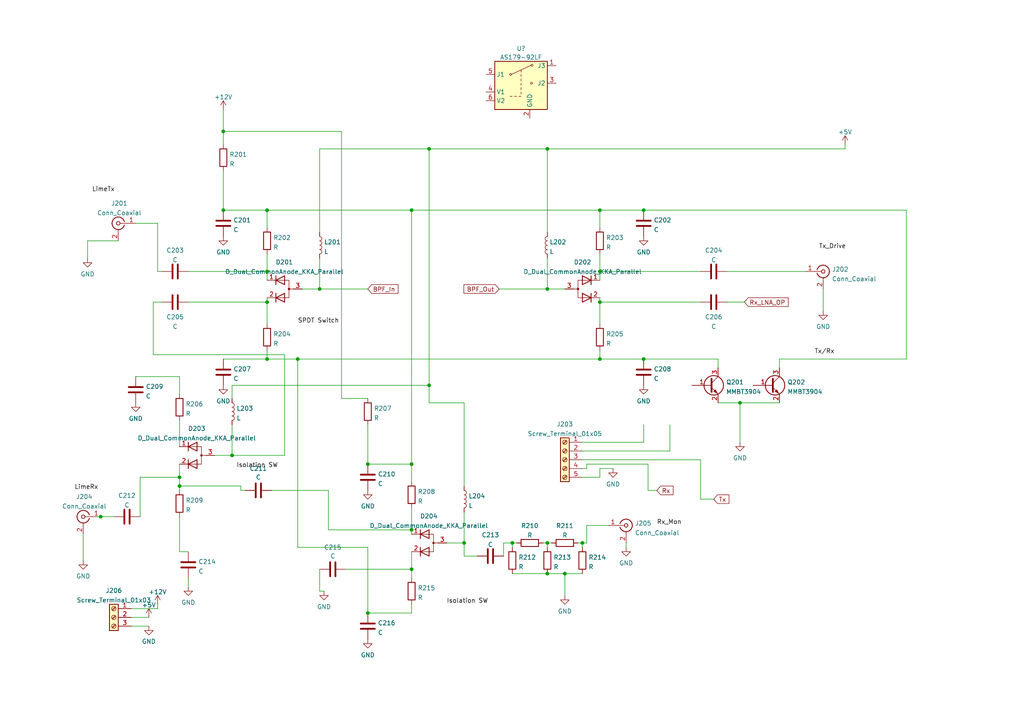
<source format=kicad_sch>
(kicad_sch (version 20211123) (generator eeschema)

  (uuid 6e264b0c-9e59-4bd7-9027-2efc77d4efe4)

  (paper "A4")

  (title_block
    (title "Signal switching ")
  )

  (lib_symbols
    (symbol "Connector:Conn_Coaxial" (pin_names (offset 1.016) hide) (in_bom yes) (on_board yes)
      (property "Reference" "J" (id 0) (at 0.254 3.048 0)
        (effects (font (size 1.27 1.27)))
      )
      (property "Value" "Conn_Coaxial" (id 1) (at 2.921 0 90)
        (effects (font (size 1.27 1.27)))
      )
      (property "Footprint" "" (id 2) (at 0 0 0)
        (effects (font (size 1.27 1.27)) hide)
      )
      (property "Datasheet" " ~" (id 3) (at 0 0 0)
        (effects (font (size 1.27 1.27)) hide)
      )
      (property "ki_keywords" "BNC SMA SMB SMC LEMO coaxial connector CINCH RCA" (id 4) (at 0 0 0)
        (effects (font (size 1.27 1.27)) hide)
      )
      (property "ki_description" "coaxial connector (BNC, SMA, SMB, SMC, Cinch/RCA, LEMO, ...)" (id 5) (at 0 0 0)
        (effects (font (size 1.27 1.27)) hide)
      )
      (property "ki_fp_filters" "*BNC* *SMA* *SMB* *SMC* *Cinch* *LEMO*" (id 6) (at 0 0 0)
        (effects (font (size 1.27 1.27)) hide)
      )
      (symbol "Conn_Coaxial_0_1"
        (arc (start -1.778 -0.508) (mid 0.222 -1.808) (end 1.778 0)
          (stroke (width 0.254) (type default) (color 0 0 0 0))
          (fill (type none))
        )
        (polyline
          (pts
            (xy -2.54 0)
            (xy -0.508 0)
          )
          (stroke (width 0) (type default) (color 0 0 0 0))
          (fill (type none))
        )
        (polyline
          (pts
            (xy 0 -2.54)
            (xy 0 -1.778)
          )
          (stroke (width 0) (type default) (color 0 0 0 0))
          (fill (type none))
        )
        (circle (center 0 0) (radius 0.508)
          (stroke (width 0.2032) (type default) (color 0 0 0 0))
          (fill (type none))
        )
        (arc (start 1.778 0) (mid 0.222 1.8083) (end -1.778 0.508)
          (stroke (width 0.254) (type default) (color 0 0 0 0))
          (fill (type none))
        )
      )
      (symbol "Conn_Coaxial_1_1"
        (pin passive line (at -5.08 0 0) (length 2.54)
          (name "In" (effects (font (size 1.27 1.27))))
          (number "1" (effects (font (size 1.27 1.27))))
        )
        (pin passive line (at 0 -5.08 90) (length 2.54)
          (name "Ext" (effects (font (size 1.27 1.27))))
          (number "2" (effects (font (size 1.27 1.27))))
        )
      )
    )
    (symbol "Connector:Screw_Terminal_01x03" (pin_names (offset 1.016) hide) (in_bom yes) (on_board yes)
      (property "Reference" "J" (id 0) (at 0 5.08 0)
        (effects (font (size 1.27 1.27)))
      )
      (property "Value" "Screw_Terminal_01x03" (id 1) (at 0 -5.08 0)
        (effects (font (size 1.27 1.27)))
      )
      (property "Footprint" "" (id 2) (at 0 0 0)
        (effects (font (size 1.27 1.27)) hide)
      )
      (property "Datasheet" "~" (id 3) (at 0 0 0)
        (effects (font (size 1.27 1.27)) hide)
      )
      (property "ki_keywords" "screw terminal" (id 4) (at 0 0 0)
        (effects (font (size 1.27 1.27)) hide)
      )
      (property "ki_description" "Generic screw terminal, single row, 01x03, script generated (kicad-library-utils/schlib/autogen/connector/)" (id 5) (at 0 0 0)
        (effects (font (size 1.27 1.27)) hide)
      )
      (property "ki_fp_filters" "TerminalBlock*:*" (id 6) (at 0 0 0)
        (effects (font (size 1.27 1.27)) hide)
      )
      (symbol "Screw_Terminal_01x03_1_1"
        (rectangle (start -1.27 3.81) (end 1.27 -3.81)
          (stroke (width 0.254) (type default) (color 0 0 0 0))
          (fill (type background))
        )
        (circle (center 0 -2.54) (radius 0.635)
          (stroke (width 0.1524) (type default) (color 0 0 0 0))
          (fill (type none))
        )
        (polyline
          (pts
            (xy -0.5334 -2.2098)
            (xy 0.3302 -3.048)
          )
          (stroke (width 0.1524) (type default) (color 0 0 0 0))
          (fill (type none))
        )
        (polyline
          (pts
            (xy -0.5334 0.3302)
            (xy 0.3302 -0.508)
          )
          (stroke (width 0.1524) (type default) (color 0 0 0 0))
          (fill (type none))
        )
        (polyline
          (pts
            (xy -0.5334 2.8702)
            (xy 0.3302 2.032)
          )
          (stroke (width 0.1524) (type default) (color 0 0 0 0))
          (fill (type none))
        )
        (polyline
          (pts
            (xy -0.3556 -2.032)
            (xy 0.508 -2.8702)
          )
          (stroke (width 0.1524) (type default) (color 0 0 0 0))
          (fill (type none))
        )
        (polyline
          (pts
            (xy -0.3556 0.508)
            (xy 0.508 -0.3302)
          )
          (stroke (width 0.1524) (type default) (color 0 0 0 0))
          (fill (type none))
        )
        (polyline
          (pts
            (xy -0.3556 3.048)
            (xy 0.508 2.2098)
          )
          (stroke (width 0.1524) (type default) (color 0 0 0 0))
          (fill (type none))
        )
        (circle (center 0 0) (radius 0.635)
          (stroke (width 0.1524) (type default) (color 0 0 0 0))
          (fill (type none))
        )
        (circle (center 0 2.54) (radius 0.635)
          (stroke (width 0.1524) (type default) (color 0 0 0 0))
          (fill (type none))
        )
        (pin passive line (at -5.08 2.54 0) (length 3.81)
          (name "Pin_1" (effects (font (size 1.27 1.27))))
          (number "1" (effects (font (size 1.27 1.27))))
        )
        (pin passive line (at -5.08 0 0) (length 3.81)
          (name "Pin_2" (effects (font (size 1.27 1.27))))
          (number "2" (effects (font (size 1.27 1.27))))
        )
        (pin passive line (at -5.08 -2.54 0) (length 3.81)
          (name "Pin_3" (effects (font (size 1.27 1.27))))
          (number "3" (effects (font (size 1.27 1.27))))
        )
      )
    )
    (symbol "Connector:Screw_Terminal_01x05" (pin_names (offset 1.016) hide) (in_bom yes) (on_board yes)
      (property "Reference" "J" (id 0) (at 0 7.62 0)
        (effects (font (size 1.27 1.27)))
      )
      (property "Value" "Screw_Terminal_01x05" (id 1) (at 0 -7.62 0)
        (effects (font (size 1.27 1.27)))
      )
      (property "Footprint" "" (id 2) (at 0 0 0)
        (effects (font (size 1.27 1.27)) hide)
      )
      (property "Datasheet" "~" (id 3) (at 0 0 0)
        (effects (font (size 1.27 1.27)) hide)
      )
      (property "ki_keywords" "screw terminal" (id 4) (at 0 0 0)
        (effects (font (size 1.27 1.27)) hide)
      )
      (property "ki_description" "Generic screw terminal, single row, 01x05, script generated (kicad-library-utils/schlib/autogen/connector/)" (id 5) (at 0 0 0)
        (effects (font (size 1.27 1.27)) hide)
      )
      (property "ki_fp_filters" "TerminalBlock*:*" (id 6) (at 0 0 0)
        (effects (font (size 1.27 1.27)) hide)
      )
      (symbol "Screw_Terminal_01x05_1_1"
        (rectangle (start -1.27 6.35) (end 1.27 -6.35)
          (stroke (width 0.254) (type default) (color 0 0 0 0))
          (fill (type background))
        )
        (circle (center 0 -5.08) (radius 0.635)
          (stroke (width 0.1524) (type default) (color 0 0 0 0))
          (fill (type none))
        )
        (circle (center 0 -2.54) (radius 0.635)
          (stroke (width 0.1524) (type default) (color 0 0 0 0))
          (fill (type none))
        )
        (polyline
          (pts
            (xy -0.5334 -4.7498)
            (xy 0.3302 -5.588)
          )
          (stroke (width 0.1524) (type default) (color 0 0 0 0))
          (fill (type none))
        )
        (polyline
          (pts
            (xy -0.5334 -2.2098)
            (xy 0.3302 -3.048)
          )
          (stroke (width 0.1524) (type default) (color 0 0 0 0))
          (fill (type none))
        )
        (polyline
          (pts
            (xy -0.5334 0.3302)
            (xy 0.3302 -0.508)
          )
          (stroke (width 0.1524) (type default) (color 0 0 0 0))
          (fill (type none))
        )
        (polyline
          (pts
            (xy -0.5334 2.8702)
            (xy 0.3302 2.032)
          )
          (stroke (width 0.1524) (type default) (color 0 0 0 0))
          (fill (type none))
        )
        (polyline
          (pts
            (xy -0.5334 5.4102)
            (xy 0.3302 4.572)
          )
          (stroke (width 0.1524) (type default) (color 0 0 0 0))
          (fill (type none))
        )
        (polyline
          (pts
            (xy -0.3556 -4.572)
            (xy 0.508 -5.4102)
          )
          (stroke (width 0.1524) (type default) (color 0 0 0 0))
          (fill (type none))
        )
        (polyline
          (pts
            (xy -0.3556 -2.032)
            (xy 0.508 -2.8702)
          )
          (stroke (width 0.1524) (type default) (color 0 0 0 0))
          (fill (type none))
        )
        (polyline
          (pts
            (xy -0.3556 0.508)
            (xy 0.508 -0.3302)
          )
          (stroke (width 0.1524) (type default) (color 0 0 0 0))
          (fill (type none))
        )
        (polyline
          (pts
            (xy -0.3556 3.048)
            (xy 0.508 2.2098)
          )
          (stroke (width 0.1524) (type default) (color 0 0 0 0))
          (fill (type none))
        )
        (polyline
          (pts
            (xy -0.3556 5.588)
            (xy 0.508 4.7498)
          )
          (stroke (width 0.1524) (type default) (color 0 0 0 0))
          (fill (type none))
        )
        (circle (center 0 0) (radius 0.635)
          (stroke (width 0.1524) (type default) (color 0 0 0 0))
          (fill (type none))
        )
        (circle (center 0 2.54) (radius 0.635)
          (stroke (width 0.1524) (type default) (color 0 0 0 0))
          (fill (type none))
        )
        (circle (center 0 5.08) (radius 0.635)
          (stroke (width 0.1524) (type default) (color 0 0 0 0))
          (fill (type none))
        )
        (pin passive line (at -5.08 5.08 0) (length 3.81)
          (name "Pin_1" (effects (font (size 1.27 1.27))))
          (number "1" (effects (font (size 1.27 1.27))))
        )
        (pin passive line (at -5.08 2.54 0) (length 3.81)
          (name "Pin_2" (effects (font (size 1.27 1.27))))
          (number "2" (effects (font (size 1.27 1.27))))
        )
        (pin passive line (at -5.08 0 0) (length 3.81)
          (name "Pin_3" (effects (font (size 1.27 1.27))))
          (number "3" (effects (font (size 1.27 1.27))))
        )
        (pin passive line (at -5.08 -2.54 0) (length 3.81)
          (name "Pin_4" (effects (font (size 1.27 1.27))))
          (number "4" (effects (font (size 1.27 1.27))))
        )
        (pin passive line (at -5.08 -5.08 0) (length 3.81)
          (name "Pin_5" (effects (font (size 1.27 1.27))))
          (number "5" (effects (font (size 1.27 1.27))))
        )
      )
    )
    (symbol "Device:C" (pin_numbers hide) (pin_names (offset 0.254)) (in_bom yes) (on_board yes)
      (property "Reference" "C" (id 0) (at 0.635 2.54 0)
        (effects (font (size 1.27 1.27)) (justify left))
      )
      (property "Value" "C" (id 1) (at 0.635 -2.54 0)
        (effects (font (size 1.27 1.27)) (justify left))
      )
      (property "Footprint" "" (id 2) (at 0.9652 -3.81 0)
        (effects (font (size 1.27 1.27)) hide)
      )
      (property "Datasheet" "~" (id 3) (at 0 0 0)
        (effects (font (size 1.27 1.27)) hide)
      )
      (property "ki_keywords" "cap capacitor" (id 4) (at 0 0 0)
        (effects (font (size 1.27 1.27)) hide)
      )
      (property "ki_description" "Unpolarized capacitor" (id 5) (at 0 0 0)
        (effects (font (size 1.27 1.27)) hide)
      )
      (property "ki_fp_filters" "C_*" (id 6) (at 0 0 0)
        (effects (font (size 1.27 1.27)) hide)
      )
      (symbol "C_0_1"
        (polyline
          (pts
            (xy -2.032 -0.762)
            (xy 2.032 -0.762)
          )
          (stroke (width 0.508) (type default) (color 0 0 0 0))
          (fill (type none))
        )
        (polyline
          (pts
            (xy -2.032 0.762)
            (xy 2.032 0.762)
          )
          (stroke (width 0.508) (type default) (color 0 0 0 0))
          (fill (type none))
        )
      )
      (symbol "C_1_1"
        (pin passive line (at 0 3.81 270) (length 2.794)
          (name "~" (effects (font (size 1.27 1.27))))
          (number "1" (effects (font (size 1.27 1.27))))
        )
        (pin passive line (at 0 -3.81 90) (length 2.794)
          (name "~" (effects (font (size 1.27 1.27))))
          (number "2" (effects (font (size 1.27 1.27))))
        )
      )
    )
    (symbol "Device:D_Dual_CommonAnode_KKA_Parallel" (pin_names (offset 0.762) hide) (in_bom yes) (on_board yes)
      (property "Reference" "D" (id 0) (at 0 5.08 0)
        (effects (font (size 1.27 1.27)))
      )
      (property "Value" "D_Dual_CommonAnode_KKA_Parallel" (id 1) (at 0 -5.08 0)
        (effects (font (size 1.27 1.27)))
      )
      (property "Footprint" "" (id 2) (at -1.27 0 0)
        (effects (font (size 1.27 1.27)) hide)
      )
      (property "Datasheet" "~" (id 3) (at -1.27 0 0)
        (effects (font (size 1.27 1.27)) hide)
      )
      (property "ki_keywords" "diode" (id 4) (at 0 0 0)
        (effects (font (size 1.27 1.27)) hide)
      )
      (property "ki_description" "Dual diode, common anode on pin 1" (id 5) (at 0 0 0)
        (effects (font (size 1.27 1.27)) hide)
      )
      (symbol "D_Dual_CommonAnode_KKA_Parallel_0_0"
        (polyline
          (pts
            (xy 2.54 -3.81)
            (xy 2.54 -1.27)
          )
          (stroke (width 0.254) (type default) (color 0 0 0 0))
          (fill (type none))
        )
        (polyline
          (pts
            (xy 2.54 1.27)
            (xy 2.54 3.81)
          )
          (stroke (width 0.254) (type default) (color 0 0 0 0))
          (fill (type none))
        )
      )
      (symbol "D_Dual_CommonAnode_KKA_Parallel_0_1"
        (circle (center -1.27 0) (radius 0.254)
          (stroke (width 0) (type default) (color 0 0 0 0))
          (fill (type outline))
        )
        (polyline
          (pts
            (xy -1.27 0)
            (xy -2.54 0)
          )
          (stroke (width 0) (type default) (color 0 0 0 0))
          (fill (type none))
        )
        (polyline
          (pts
            (xy 2.54 2.54)
            (xy -1.27 2.54)
            (xy -1.27 -2.54)
            (xy 2.54 -2.54)
          )
          (stroke (width 0) (type default) (color 0 0 0 0))
          (fill (type none))
        )
        (polyline
          (pts
            (xy 0 -1.27)
            (xy 2.54 -2.54)
            (xy 0 -3.81)
            (xy 0 -1.27)
            (xy 0 -1.27)
            (xy 0 -1.27)
          )
          (stroke (width 0.254) (type default) (color 0 0 0 0))
          (fill (type none))
        )
        (polyline
          (pts
            (xy 0 3.81)
            (xy 2.54 2.54)
            (xy 0 1.27)
            (xy 0 3.81)
            (xy 0 3.81)
            (xy 0 3.81)
          )
          (stroke (width 0.254) (type default) (color 0 0 0 0))
          (fill (type none))
        )
        (pin passive line (at 5.08 2.54 180) (length 2.54)
          (name "K" (effects (font (size 1.27 1.27))))
          (number "1" (effects (font (size 1.27 1.27))))
        )
        (pin passive line (at 5.08 -2.54 180) (length 2.54)
          (name "K" (effects (font (size 1.27 1.27))))
          (number "2" (effects (font (size 1.27 1.27))))
        )
        (pin passive line (at -5.08 0 0) (length 2.54)
          (name "A" (effects (font (size 1.27 1.27))))
          (number "3" (effects (font (size 1.27 1.27))))
        )
      )
    )
    (symbol "Device:L" (pin_numbers hide) (pin_names (offset 1.016) hide) (in_bom yes) (on_board yes)
      (property "Reference" "L" (id 0) (at -1.27 0 90)
        (effects (font (size 1.27 1.27)))
      )
      (property "Value" "L" (id 1) (at 1.905 0 90)
        (effects (font (size 1.27 1.27)))
      )
      (property "Footprint" "" (id 2) (at 0 0 0)
        (effects (font (size 1.27 1.27)) hide)
      )
      (property "Datasheet" "~" (id 3) (at 0 0 0)
        (effects (font (size 1.27 1.27)) hide)
      )
      (property "ki_keywords" "inductor choke coil reactor magnetic" (id 4) (at 0 0 0)
        (effects (font (size 1.27 1.27)) hide)
      )
      (property "ki_description" "Inductor" (id 5) (at 0 0 0)
        (effects (font (size 1.27 1.27)) hide)
      )
      (property "ki_fp_filters" "Choke_* *Coil* Inductor_* L_*" (id 6) (at 0 0 0)
        (effects (font (size 1.27 1.27)) hide)
      )
      (symbol "L_0_1"
        (arc (start 0 -2.54) (mid 0.635 -1.905) (end 0 -1.27)
          (stroke (width 0) (type default) (color 0 0 0 0))
          (fill (type none))
        )
        (arc (start 0 -1.27) (mid 0.635 -0.635) (end 0 0)
          (stroke (width 0) (type default) (color 0 0 0 0))
          (fill (type none))
        )
        (arc (start 0 0) (mid 0.635 0.635) (end 0 1.27)
          (stroke (width 0) (type default) (color 0 0 0 0))
          (fill (type none))
        )
        (arc (start 0 1.27) (mid 0.635 1.905) (end 0 2.54)
          (stroke (width 0) (type default) (color 0 0 0 0))
          (fill (type none))
        )
      )
      (symbol "L_1_1"
        (pin passive line (at 0 3.81 270) (length 1.27)
          (name "1" (effects (font (size 1.27 1.27))))
          (number "1" (effects (font (size 1.27 1.27))))
        )
        (pin passive line (at 0 -3.81 90) (length 1.27)
          (name "2" (effects (font (size 1.27 1.27))))
          (number "2" (effects (font (size 1.27 1.27))))
        )
      )
    )
    (symbol "Device:R" (pin_numbers hide) (pin_names (offset 0)) (in_bom yes) (on_board yes)
      (property "Reference" "R" (id 0) (at 2.032 0 90)
        (effects (font (size 1.27 1.27)))
      )
      (property "Value" "R" (id 1) (at 0 0 90)
        (effects (font (size 1.27 1.27)))
      )
      (property "Footprint" "" (id 2) (at -1.778 0 90)
        (effects (font (size 1.27 1.27)) hide)
      )
      (property "Datasheet" "~" (id 3) (at 0 0 0)
        (effects (font (size 1.27 1.27)) hide)
      )
      (property "ki_keywords" "R res resistor" (id 4) (at 0 0 0)
        (effects (font (size 1.27 1.27)) hide)
      )
      (property "ki_description" "Resistor" (id 5) (at 0 0 0)
        (effects (font (size 1.27 1.27)) hide)
      )
      (property "ki_fp_filters" "R_*" (id 6) (at 0 0 0)
        (effects (font (size 1.27 1.27)) hide)
      )
      (symbol "R_0_1"
        (rectangle (start -1.016 -2.54) (end 1.016 2.54)
          (stroke (width 0.254) (type default) (color 0 0 0 0))
          (fill (type none))
        )
      )
      (symbol "R_1_1"
        (pin passive line (at 0 3.81 270) (length 1.27)
          (name "~" (effects (font (size 1.27 1.27))))
          (number "1" (effects (font (size 1.27 1.27))))
        )
        (pin passive line (at 0 -3.81 90) (length 1.27)
          (name "~" (effects (font (size 1.27 1.27))))
          (number "2" (effects (font (size 1.27 1.27))))
        )
      )
    )
    (symbol "RF_Switch:AS179-92LF" (in_bom yes) (on_board yes)
      (property "Reference" "U" (id 0) (at -7.62 7.62 0)
        (effects (font (size 1.27 1.27)))
      )
      (property "Value" "AS179-92LF" (id 1) (at 2.54 7.62 0)
        (effects (font (size 1.27 1.27)))
      )
      (property "Footprint" "Package_TO_SOT_SMD:SOT-363_SC-70-6" (id 2) (at 2.54 0 0)
        (effects (font (size 1.27 1.27)) hide)
      )
      (property "Datasheet" "http://www.skyworksinc.com/uploads/documents/AS179_92LF_200176H.pdf" (id 3) (at 2.54 0 0)
        (effects (font (size 1.27 1.27)) hide)
      )
      (property "ki_keywords" "rf spdt switch" (id 4) (at 0 0 0)
        (effects (font (size 1.27 1.27)) hide)
      )
      (property "ki_description" "20 MHz to 4.0 GHz GaAs SPDT Switch, SC-70" (id 5) (at 0 0 0)
        (effects (font (size 1.27 1.27)) hide)
      )
      (property "ki_fp_filters" "SOT*363*" (id 6) (at 0 0 0)
        (effects (font (size 1.27 1.27)) hide)
      )
      (symbol "AS179-92LF_1_1"
        (circle (center -3.048 2.54) (radius 0.2794)
          (stroke (width 0) (type default) (color 0 0 0 0))
          (fill (type none))
        )
        (polyline
          (pts
            (xy -3.175 -3.81)
            (xy -2.54 -3.81)
          )
          (stroke (width 0) (type default) (color 0 0 0 0))
          (fill (type none))
        )
        (polyline
          (pts
            (xy -2.794 2.54)
            (xy 2.921 5.207)
          )
          (stroke (width 0) (type default) (color 0 0 0 0))
          (fill (type none))
        )
        (polyline
          (pts
            (xy -1.905 -3.81)
            (xy -1.27 -3.81)
          )
          (stroke (width 0) (type default) (color 0 0 0 0))
          (fill (type none))
        )
        (polyline
          (pts
            (xy -0.635 -3.81)
            (xy 0 -3.81)
          )
          (stroke (width 0) (type default) (color 0 0 0 0))
          (fill (type none))
        )
        (polyline
          (pts
            (xy 0 -3.175)
            (xy 0 -2.54)
          )
          (stroke (width 0) (type default) (color 0 0 0 0))
          (fill (type none))
        )
        (polyline
          (pts
            (xy 0 -1.905)
            (xy 0 -1.27)
          )
          (stroke (width 0) (type default) (color 0 0 0 0))
          (fill (type none))
        )
        (polyline
          (pts
            (xy 0 -0.635)
            (xy 0 0)
          )
          (stroke (width 0) (type default) (color 0 0 0 0))
          (fill (type none))
        )
        (polyline
          (pts
            (xy 0 0.635)
            (xy 0 1.27)
          )
          (stroke (width 0) (type default) (color 0 0 0 0))
          (fill (type none))
        )
        (polyline
          (pts
            (xy 0 1.905)
            (xy 0 2.54)
          )
          (stroke (width 0) (type default) (color 0 0 0 0))
          (fill (type none))
        )
        (polyline
          (pts
            (xy 0 3.175)
            (xy 0 3.81)
          )
          (stroke (width 0) (type default) (color 0 0 0 0))
          (fill (type none))
        )
        (circle (center 3.048 0) (radius 0.2794)
          (stroke (width 0) (type default) (color 0 0 0 0))
          (fill (type none))
        )
        (circle (center 3.175 5.207) (radius 0.2794)
          (stroke (width 0) (type default) (color 0 0 0 0))
          (fill (type none))
        )
        (rectangle (start 7.62 -7.62) (end -7.62 6.35)
          (stroke (width 0.254) (type default) (color 0 0 0 0))
          (fill (type background))
        )
        (pin passive line (at 10.16 5.08 180) (length 2.54)
          (name "J3" (effects (font (size 1.27 1.27))))
          (number "1" (effects (font (size 1.27 1.27))))
        )
        (pin power_in line (at 2.54 -10.16 90) (length 2.54)
          (name "GND" (effects (font (size 1.27 1.27))))
          (number "2" (effects (font (size 1.27 1.27))))
        )
        (pin passive line (at 10.16 0 180) (length 2.54)
          (name "J2" (effects (font (size 1.27 1.27))))
          (number "3" (effects (font (size 1.27 1.27))))
        )
        (pin input line (at -10.16 -2.54 0) (length 2.54)
          (name "V1" (effects (font (size 1.27 1.27))))
          (number "4" (effects (font (size 1.27 1.27))))
        )
        (pin passive line (at -10.16 2.54 0) (length 2.54)
          (name "J1" (effects (font (size 1.27 1.27))))
          (number "5" (effects (font (size 1.27 1.27))))
        )
        (pin input line (at -10.16 -5.08 0) (length 2.54)
          (name "V2" (effects (font (size 1.27 1.27))))
          (number "6" (effects (font (size 1.27 1.27))))
        )
      )
    )
    (symbol "Transistor_BJT:MMBT3904" (pin_names (offset 0) hide) (in_bom yes) (on_board yes)
      (property "Reference" "Q" (id 0) (at 5.08 1.905 0)
        (effects (font (size 1.27 1.27)) (justify left))
      )
      (property "Value" "MMBT3904" (id 1) (at 5.08 0 0)
        (effects (font (size 1.27 1.27)) (justify left))
      )
      (property "Footprint" "Package_TO_SOT_SMD:SOT-23" (id 2) (at 5.08 -1.905 0)
        (effects (font (size 1.27 1.27) italic) (justify left) hide)
      )
      (property "Datasheet" "https://www.onsemi.com/pub/Collateral/2N3903-D.PDF" (id 3) (at 0 0 0)
        (effects (font (size 1.27 1.27)) (justify left) hide)
      )
      (property "ki_keywords" "NPN Transistor" (id 4) (at 0 0 0)
        (effects (font (size 1.27 1.27)) hide)
      )
      (property "ki_description" "0.2A Ic, 40V Vce, Small Signal NPN Transistor, SOT-23" (id 5) (at 0 0 0)
        (effects (font (size 1.27 1.27)) hide)
      )
      (property "ki_fp_filters" "SOT?23*" (id 6) (at 0 0 0)
        (effects (font (size 1.27 1.27)) hide)
      )
      (symbol "MMBT3904_0_1"
        (polyline
          (pts
            (xy 0.635 0.635)
            (xy 2.54 2.54)
          )
          (stroke (width 0) (type default) (color 0 0 0 0))
          (fill (type none))
        )
        (polyline
          (pts
            (xy 0.635 -0.635)
            (xy 2.54 -2.54)
            (xy 2.54 -2.54)
          )
          (stroke (width 0) (type default) (color 0 0 0 0))
          (fill (type none))
        )
        (polyline
          (pts
            (xy 0.635 1.905)
            (xy 0.635 -1.905)
            (xy 0.635 -1.905)
          )
          (stroke (width 0.508) (type default) (color 0 0 0 0))
          (fill (type none))
        )
        (polyline
          (pts
            (xy 1.27 -1.778)
            (xy 1.778 -1.27)
            (xy 2.286 -2.286)
            (xy 1.27 -1.778)
            (xy 1.27 -1.778)
          )
          (stroke (width 0) (type default) (color 0 0 0 0))
          (fill (type outline))
        )
        (circle (center 1.27 0) (radius 2.8194)
          (stroke (width 0.254) (type default) (color 0 0 0 0))
          (fill (type none))
        )
      )
      (symbol "MMBT3904_1_1"
        (pin input line (at -5.08 0 0) (length 5.715)
          (name "B" (effects (font (size 1.27 1.27))))
          (number "1" (effects (font (size 1.27 1.27))))
        )
        (pin passive line (at 2.54 -5.08 90) (length 2.54)
          (name "E" (effects (font (size 1.27 1.27))))
          (number "2" (effects (font (size 1.27 1.27))))
        )
        (pin passive line (at 2.54 5.08 270) (length 2.54)
          (name "C" (effects (font (size 1.27 1.27))))
          (number "3" (effects (font (size 1.27 1.27))))
        )
      )
    )
    (symbol "power:+12V" (power) (pin_names (offset 0)) (in_bom yes) (on_board yes)
      (property "Reference" "#PWR" (id 0) (at 0 -3.81 0)
        (effects (font (size 1.27 1.27)) hide)
      )
      (property "Value" "+12V" (id 1) (at 0 3.556 0)
        (effects (font (size 1.27 1.27)))
      )
      (property "Footprint" "" (id 2) (at 0 0 0)
        (effects (font (size 1.27 1.27)) hide)
      )
      (property "Datasheet" "" (id 3) (at 0 0 0)
        (effects (font (size 1.27 1.27)) hide)
      )
      (property "ki_keywords" "power-flag" (id 4) (at 0 0 0)
        (effects (font (size 1.27 1.27)) hide)
      )
      (property "ki_description" "Power symbol creates a global label with name \"+12V\"" (id 5) (at 0 0 0)
        (effects (font (size 1.27 1.27)) hide)
      )
      (symbol "+12V_0_1"
        (polyline
          (pts
            (xy -0.762 1.27)
            (xy 0 2.54)
          )
          (stroke (width 0) (type default) (color 0 0 0 0))
          (fill (type none))
        )
        (polyline
          (pts
            (xy 0 0)
            (xy 0 2.54)
          )
          (stroke (width 0) (type default) (color 0 0 0 0))
          (fill (type none))
        )
        (polyline
          (pts
            (xy 0 2.54)
            (xy 0.762 1.27)
          )
          (stroke (width 0) (type default) (color 0 0 0 0))
          (fill (type none))
        )
      )
      (symbol "+12V_1_1"
        (pin power_in line (at 0 0 90) (length 0) hide
          (name "+12V" (effects (font (size 1.27 1.27))))
          (number "1" (effects (font (size 1.27 1.27))))
        )
      )
    )
    (symbol "power:+5V" (power) (pin_names (offset 0)) (in_bom yes) (on_board yes)
      (property "Reference" "#PWR" (id 0) (at 0 -3.81 0)
        (effects (font (size 1.27 1.27)) hide)
      )
      (property "Value" "+5V" (id 1) (at 0 3.556 0)
        (effects (font (size 1.27 1.27)))
      )
      (property "Footprint" "" (id 2) (at 0 0 0)
        (effects (font (size 1.27 1.27)) hide)
      )
      (property "Datasheet" "" (id 3) (at 0 0 0)
        (effects (font (size 1.27 1.27)) hide)
      )
      (property "ki_keywords" "power-flag" (id 4) (at 0 0 0)
        (effects (font (size 1.27 1.27)) hide)
      )
      (property "ki_description" "Power symbol creates a global label with name \"+5V\"" (id 5) (at 0 0 0)
        (effects (font (size 1.27 1.27)) hide)
      )
      (symbol "+5V_0_1"
        (polyline
          (pts
            (xy -0.762 1.27)
            (xy 0 2.54)
          )
          (stroke (width 0) (type default) (color 0 0 0 0))
          (fill (type none))
        )
        (polyline
          (pts
            (xy 0 0)
            (xy 0 2.54)
          )
          (stroke (width 0) (type default) (color 0 0 0 0))
          (fill (type none))
        )
        (polyline
          (pts
            (xy 0 2.54)
            (xy 0.762 1.27)
          )
          (stroke (width 0) (type default) (color 0 0 0 0))
          (fill (type none))
        )
      )
      (symbol "+5V_1_1"
        (pin power_in line (at 0 0 90) (length 0) hide
          (name "+5V" (effects (font (size 1.27 1.27))))
          (number "1" (effects (font (size 1.27 1.27))))
        )
      )
    )
    (symbol "power:GND" (power) (pin_names (offset 0)) (in_bom yes) (on_board yes)
      (property "Reference" "#PWR" (id 0) (at 0 -6.35 0)
        (effects (font (size 1.27 1.27)) hide)
      )
      (property "Value" "GND" (id 1) (at 0 -3.81 0)
        (effects (font (size 1.27 1.27)))
      )
      (property "Footprint" "" (id 2) (at 0 0 0)
        (effects (font (size 1.27 1.27)) hide)
      )
      (property "Datasheet" "" (id 3) (at 0 0 0)
        (effects (font (size 1.27 1.27)) hide)
      )
      (property "ki_keywords" "power-flag" (id 4) (at 0 0 0)
        (effects (font (size 1.27 1.27)) hide)
      )
      (property "ki_description" "Power symbol creates a global label with name \"GND\" , ground" (id 5) (at 0 0 0)
        (effects (font (size 1.27 1.27)) hide)
      )
      (symbol "GND_0_1"
        (polyline
          (pts
            (xy 0 0)
            (xy 0 -1.27)
            (xy 1.27 -1.27)
            (xy 0 -2.54)
            (xy -1.27 -1.27)
            (xy 0 -1.27)
          )
          (stroke (width 0) (type default) (color 0 0 0 0))
          (fill (type none))
        )
      )
      (symbol "GND_1_1"
        (pin power_in line (at 0 0 270) (length 0) hide
          (name "GND" (effects (font (size 1.27 1.27))))
          (number "1" (effects (font (size 1.27 1.27))))
        )
      )
    )
  )

  (junction (at 52.07 140.97) (diameter 0) (color 0 0 0 0)
    (uuid 00ae2a70-8b39-4911-9320-00065cd439c7)
  )
  (junction (at 214.63 116.84) (diameter 0) (color 0 0 0 0)
    (uuid 00c2d83b-ae83-4f68-93c0-332f0e4979a5)
  )
  (junction (at 119.38 153.67) (diameter 0) (color 0 0 0 0)
    (uuid 09371e45-0859-4994-b0c4-729db2f37b54)
  )
  (junction (at 148.59 157.48) (diameter 0) (color 0 0 0 0)
    (uuid 0a28d3e2-cdf9-4c84-af9c-2468375c6c19)
  )
  (junction (at 86.36 104.14) (diameter 0) (color 0 0 0 0)
    (uuid 0faa3965-9987-411b-890f-0caf72ab0149)
  )
  (junction (at 77.47 87.63) (diameter 0) (color 0 0 0 0)
    (uuid 1426e694-527f-4ef9-b856-b39271239d75)
  )
  (junction (at 124.46 111.76) (diameter 0) (color 0 0 0 0)
    (uuid 1a21a618-1476-4bc5-bb8a-2c01760ff693)
  )
  (junction (at 29.21 149.86) (diameter 0) (color 0 0 0 0)
    (uuid 2378f451-961b-4ca7-bcf5-122d29ff6d18)
  )
  (junction (at 52.07 138.43) (diameter 0) (color 0 0 0 0)
    (uuid 3d6e405d-b257-42d7-bc17-f4d5f512e730)
  )
  (junction (at 119.38 165.1) (diameter 0) (color 0 0 0 0)
    (uuid 44638f36-0ca0-4c20-913e-31641b4f3e83)
  )
  (junction (at 168.91 157.48) (diameter 0) (color 0 0 0 0)
    (uuid 485f354e-f58d-44bb-b9df-31e645f00cee)
  )
  (junction (at 124.46 43.18) (diameter 0) (color 0 0 0 0)
    (uuid 48971db7-8f33-48d0-a95d-5cde5dc2c331)
  )
  (junction (at 92.71 83.82) (diameter 0) (color 0 0 0 0)
    (uuid 4eb8e05f-91cc-4487-9bd2-0b3bc618ab23)
  )
  (junction (at 64.77 38.1) (diameter 0) (color 0 0 0 0)
    (uuid 52ea611a-f15b-4fb4-859d-c0c2aa46f7bf)
  )
  (junction (at 64.77 60.96) (diameter 0) (color 0 0 0 0)
    (uuid 6b822ad5-70d4-4f16-ae5c-48c49c75ab85)
  )
  (junction (at 173.99 104.14) (diameter 0) (color 0 0 0 0)
    (uuid 720f9518-b0d8-4879-8ffc-0a3335e2eb9d)
  )
  (junction (at 134.62 157.48) (diameter 0) (color 0 0 0 0)
    (uuid 76632850-7c00-44a6-a775-4e059a64fbb0)
  )
  (junction (at 173.99 87.63) (diameter 0) (color 0 0 0 0)
    (uuid 813c1703-0564-48c9-a3b7-adb9c37bd3db)
  )
  (junction (at 173.99 60.96) (diameter 0) (color 0 0 0 0)
    (uuid 84857671-bc8e-483b-a3a1-012a35e09243)
  )
  (junction (at 106.68 134.62) (diameter 0) (color 0 0 0 0)
    (uuid 863a5314-96f4-4954-bf5e-e688db8d65e6)
  )
  (junction (at 67.31 132.08) (diameter 0) (color 0 0 0 0)
    (uuid 8b94beb4-c587-42fe-9573-b4f2ef2cc708)
  )
  (junction (at 186.69 104.14) (diameter 0) (color 0 0 0 0)
    (uuid 94cdf05c-15c6-48c9-8359-5c754dbdca90)
  )
  (junction (at 77.47 104.14) (diameter 0) (color 0 0 0 0)
    (uuid 95a40d19-41c6-4680-9b37-9cb1bed1a413)
  )
  (junction (at 186.69 60.96) (diameter 0) (color 0 0 0 0)
    (uuid 98d478ae-1ac6-4a65-967b-635bee0167e1)
  )
  (junction (at 158.75 43.18) (diameter 0) (color 0 0 0 0)
    (uuid a893fab4-93c7-43da-a20e-5bc79508e66b)
  )
  (junction (at 119.38 60.96) (diameter 0) (color 0 0 0 0)
    (uuid aedb08ef-cf68-474b-b4e7-0d00b92fcedf)
  )
  (junction (at 158.75 157.48) (diameter 0) (color 0 0 0 0)
    (uuid b1acf9e2-5af9-46d3-9ded-2e24531fbe7e)
  )
  (junction (at 158.75 166.37) (diameter 0) (color 0 0 0 0)
    (uuid b501bb56-edce-4dbc-a331-b5f3463fab64)
  )
  (junction (at 158.75 83.82) (diameter 0) (color 0 0 0 0)
    (uuid ba5dbc42-b758-4414-bc64-d7e80d1ba761)
  )
  (junction (at 119.38 134.62) (diameter 0) (color 0 0 0 0)
    (uuid bca65c75-129f-4eae-b34d-c5596dd8827c)
  )
  (junction (at 106.68 177.8) (diameter 0) (color 0 0 0 0)
    (uuid bcafcdcf-f5a4-4c69-a7eb-d6b1d650832a)
  )
  (junction (at 163.83 166.37) (diameter 0) (color 0 0 0 0)
    (uuid c04d118c-57aa-4841-b113-72a7365d98b7)
  )
  (junction (at 77.47 78.74) (diameter 0) (color 0 0 0 0)
    (uuid c3febd20-5940-4d68-a8e0-7000eebe933f)
  )
  (junction (at 173.99 78.74) (diameter 0) (color 0 0 0 0)
    (uuid c583ce96-e316-4ea4-8e80-3286109cf8c2)
  )
  (junction (at 77.47 60.96) (diameter 0) (color 0 0 0 0)
    (uuid cfc23f96-e9bf-402c-9082-3e4b83af52ff)
  )

  (wire (pts (xy 78.74 142.24) (xy 95.25 142.24))
    (stroke (width 0) (type default) (color 0 0 0 0))
    (uuid 055d60d2-d344-4e99-bf69-4a0e72dd1d8f)
  )
  (wire (pts (xy 99.06 115.57) (xy 106.68 115.57))
    (stroke (width 0) (type default) (color 0 0 0 0))
    (uuid 05b803b1-44bc-4bb4-9936-47a2b5496083)
  )
  (wire (pts (xy 146.05 157.48) (xy 148.59 157.48))
    (stroke (width 0) (type default) (color 0 0 0 0))
    (uuid 06ad5e75-623f-4dd7-9432-3027bada964b)
  )
  (wire (pts (xy 82.55 132.08) (xy 67.31 132.08))
    (stroke (width 0) (type default) (color 0 0 0 0))
    (uuid 079e5680-4f6e-48f4-8b56-dd696dd99217)
  )
  (wire (pts (xy 208.28 104.14) (xy 208.28 106.68))
    (stroke (width 0) (type default) (color 0 0 0 0))
    (uuid 0810294a-968a-432e-af3c-676e8e064589)
  )
  (wire (pts (xy 77.47 60.96) (xy 77.47 66.04))
    (stroke (width 0) (type default) (color 0 0 0 0))
    (uuid 0894f94d-8907-4cec-8f2b-79f84ab37774)
  )
  (wire (pts (xy 181.61 157.48) (xy 181.61 158.75))
    (stroke (width 0) (type default) (color 0 0 0 0))
    (uuid 08f193bf-9307-4e75-a221-57f25022e302)
  )
  (wire (pts (xy 45.72 64.77) (xy 45.72 78.74))
    (stroke (width 0) (type default) (color 0 0 0 0))
    (uuid 0ba575b9-e744-4e5b-bb05-d5e2f6c6c4f0)
  )
  (wire (pts (xy 148.59 166.37) (xy 158.75 166.37))
    (stroke (width 0) (type default) (color 0 0 0 0))
    (uuid 0d057cd0-fa87-41a3-9116-bd1d1c83ed46)
  )
  (wire (pts (xy 119.38 160.02) (xy 119.38 165.1))
    (stroke (width 0) (type default) (color 0 0 0 0))
    (uuid 11ce5577-1a9c-4509-ad73-36ecac51ebd4)
  )
  (wire (pts (xy 134.62 157.48) (xy 134.62 161.29))
    (stroke (width 0) (type default) (color 0 0 0 0))
    (uuid 1248e9b2-ce25-4405-aae1-1c3e6900281c)
  )
  (wire (pts (xy 92.71 43.18) (xy 92.71 67.31))
    (stroke (width 0) (type default) (color 0 0 0 0))
    (uuid 131b0ef7-df73-47fb-9994-b658e8ba0193)
  )
  (wire (pts (xy 38.1 181.61) (xy 43.18 181.61))
    (stroke (width 0) (type default) (color 0 0 0 0))
    (uuid 15eab408-5f18-409f-a40e-fd688a77400d)
  )
  (wire (pts (xy 119.38 175.26) (xy 119.38 177.8))
    (stroke (width 0) (type default) (color 0 0 0 0))
    (uuid 1878e900-f07f-49af-bbc4-8ddb69bead49)
  )
  (wire (pts (xy 238.76 83.82) (xy 238.76 90.17))
    (stroke (width 0) (type default) (color 0 0 0 0))
    (uuid 18fc2d44-a325-4168-b5c5-28921657e9ee)
  )
  (wire (pts (xy 119.38 147.32) (xy 119.38 153.67))
    (stroke (width 0) (type default) (color 0 0 0 0))
    (uuid 1fa948de-d38a-4648-ae0c-928df1c942b7)
  )
  (wire (pts (xy 67.31 111.76) (xy 124.46 111.76))
    (stroke (width 0) (type default) (color 0 0 0 0))
    (uuid 213f9a1e-a421-4b08-b0f0-bbd8f4b2e1cb)
  )
  (wire (pts (xy 106.68 134.62) (xy 119.38 134.62))
    (stroke (width 0) (type default) (color 0 0 0 0))
    (uuid 243ec770-cc5a-4509-9c36-eb8c7bb8645d)
  )
  (wire (pts (xy 119.38 60.96) (xy 173.99 60.96))
    (stroke (width 0) (type default) (color 0 0 0 0))
    (uuid 27fa6315-0d42-48ba-8f2d-70a659ab7e4d)
  )
  (wire (pts (xy 210.82 78.74) (xy 233.68 78.74))
    (stroke (width 0) (type default) (color 0 0 0 0))
    (uuid 2892e503-6fff-4fb1-9d1d-046e154c1407)
  )
  (wire (pts (xy 168.91 135.89) (xy 170.18 135.89))
    (stroke (width 0) (type default) (color 0 0 0 0))
    (uuid 2a857e05-d0a4-4004-8610-afb11c9aeb74)
  )
  (wire (pts (xy 86.36 158.75) (xy 106.68 158.75))
    (stroke (width 0) (type default) (color 0 0 0 0))
    (uuid 2b8f268f-9459-4783-94ad-d5854a0fe951)
  )
  (wire (pts (xy 67.31 132.08) (xy 67.31 123.19))
    (stroke (width 0) (type default) (color 0 0 0 0))
    (uuid 2ea3534b-0ba3-4060-8f70-34b855bf632d)
  )
  (wire (pts (xy 77.47 78.74) (xy 77.47 81.28))
    (stroke (width 0) (type default) (color 0 0 0 0))
    (uuid 2fb2f331-efcc-4704-91c8-04af490f94f4)
  )
  (wire (pts (xy 38.1 176.53) (xy 45.72 176.53))
    (stroke (width 0) (type default) (color 0 0 0 0))
    (uuid 2fb9441e-18a8-4542-a1b2-b824beeb9df2)
  )
  (wire (pts (xy 54.61 167.64) (xy 54.61 170.18))
    (stroke (width 0) (type default) (color 0 0 0 0))
    (uuid 309e5b7e-a4ef-41fc-a231-80e33f9bdb35)
  )
  (wire (pts (xy 173.99 86.36) (xy 173.99 87.63))
    (stroke (width 0) (type default) (color 0 0 0 0))
    (uuid 32e7648c-e2f1-4bcb-ad37-820e92a0f229)
  )
  (wire (pts (xy 187.96 142.24) (xy 190.5 142.24))
    (stroke (width 0) (type default) (color 0 0 0 0))
    (uuid 33093d16-f90e-4572-9232-5e27eb14042c)
  )
  (wire (pts (xy 163.83 83.82) (xy 158.75 83.82))
    (stroke (width 0) (type default) (color 0 0 0 0))
    (uuid 349a2689-9274-4e9d-95bb-d58d5d67a5d5)
  )
  (wire (pts (xy 69.85 142.24) (xy 71.12 142.24))
    (stroke (width 0) (type default) (color 0 0 0 0))
    (uuid 358bf85d-5a91-4905-93fe-5436271d5449)
  )
  (wire (pts (xy 173.99 60.96) (xy 173.99 66.04))
    (stroke (width 0) (type default) (color 0 0 0 0))
    (uuid 36e0febe-ee03-4736-a347-1125cc37f35b)
  )
  (wire (pts (xy 215.9 87.63) (xy 210.82 87.63))
    (stroke (width 0) (type default) (color 0 0 0 0))
    (uuid 38dc1222-8876-4a43-aeac-9a57750b2e26)
  )
  (wire (pts (xy 170.18 157.48) (xy 170.18 152.4))
    (stroke (width 0) (type default) (color 0 0 0 0))
    (uuid 3a080606-d848-44d2-9558-1f870266bb7c)
  )
  (wire (pts (xy 262.89 104.14) (xy 226.06 104.14))
    (stroke (width 0) (type default) (color 0 0 0 0))
    (uuid 3c102d7c-6dc3-43f1-9cb3-72d325661e19)
  )
  (wire (pts (xy 203.2 144.78) (xy 207.01 144.78))
    (stroke (width 0) (type default) (color 0 0 0 0))
    (uuid 3c273b2a-2c92-4c14-a97a-48cecf1c34d7)
  )
  (wire (pts (xy 54.61 87.63) (xy 77.47 87.63))
    (stroke (width 0) (type default) (color 0 0 0 0))
    (uuid 3ee0d96a-e643-4ad1-b648-5d21c1a0d764)
  )
  (wire (pts (xy 173.99 101.6) (xy 173.99 104.14))
    (stroke (width 0) (type default) (color 0 0 0 0))
    (uuid 41a81fee-6b96-4da1-a08b-e819abdcf8b4)
  )
  (wire (pts (xy 146.05 157.48) (xy 146.05 161.29))
    (stroke (width 0) (type default) (color 0 0 0 0))
    (uuid 43096844-3264-4d79-aa88-84576ee03977)
  )
  (wire (pts (xy 148.59 157.48) (xy 148.59 158.75))
    (stroke (width 0) (type default) (color 0 0 0 0))
    (uuid 447febd8-a99f-491a-a00c-513f512eced5)
  )
  (wire (pts (xy 77.47 87.63) (xy 77.47 93.98))
    (stroke (width 0) (type default) (color 0 0 0 0))
    (uuid 4bfeda79-26f5-473a-897c-97f1cb603496)
  )
  (wire (pts (xy 44.45 102.87) (xy 82.55 102.87))
    (stroke (width 0) (type default) (color 0 0 0 0))
    (uuid 4c67469e-6084-4bd7-a341-25c285140f2c)
  )
  (wire (pts (xy 170.18 152.4) (xy 176.53 152.4))
    (stroke (width 0) (type default) (color 0 0 0 0))
    (uuid 51dcf6e2-b34d-4bc4-b63e-0653a7119840)
  )
  (wire (pts (xy 214.63 116.84) (xy 214.63 128.27))
    (stroke (width 0) (type default) (color 0 0 0 0))
    (uuid 5422f59a-e024-4bfc-b96e-c533bf8c46ed)
  )
  (wire (pts (xy 134.62 157.48) (xy 134.62 148.59))
    (stroke (width 0) (type default) (color 0 0 0 0))
    (uuid 55699298-4c7d-446e-a711-6a01794c8f5b)
  )
  (wire (pts (xy 168.91 133.35) (xy 203.2 133.35))
    (stroke (width 0) (type default) (color 0 0 0 0))
    (uuid 58f6f37d-24e5-4fc2-8cc8-eb0a7745f9f9)
  )
  (wire (pts (xy 158.75 83.82) (xy 144.78 83.82))
    (stroke (width 0) (type default) (color 0 0 0 0))
    (uuid 5a07dbc4-e34c-44f8-9cb5-459d8ccbafc0)
  )
  (wire (pts (xy 187.96 134.62) (xy 187.96 142.24))
    (stroke (width 0) (type default) (color 0 0 0 0))
    (uuid 5a434773-817e-415f-8aa6-c28818bab13a)
  )
  (wire (pts (xy 168.91 138.43) (xy 173.99 138.43))
    (stroke (width 0) (type default) (color 0 0 0 0))
    (uuid 5bc1dcf8-41d5-4668-b436-6a2b825a917e)
  )
  (wire (pts (xy 40.64 138.43) (xy 52.07 138.43))
    (stroke (width 0) (type default) (color 0 0 0 0))
    (uuid 5c22bc31-61ad-441c-a91b-64b07b48dd55)
  )
  (wire (pts (xy 168.91 130.81) (xy 194.31 130.81))
    (stroke (width 0) (type default) (color 0 0 0 0))
    (uuid 5c79db56-ad3d-42b9-b371-90b0967edd70)
  )
  (wire (pts (xy 40.64 149.86) (xy 40.64 138.43))
    (stroke (width 0) (type default) (color 0 0 0 0))
    (uuid 5d6ec6aa-617b-4678-90e6-873c6f2ea965)
  )
  (wire (pts (xy 214.63 116.84) (xy 226.06 116.84))
    (stroke (width 0) (type default) (color 0 0 0 0))
    (uuid 5fbc1a17-7406-4c92-85f2-9f15c93dcaf6)
  )
  (wire (pts (xy 86.36 104.14) (xy 173.99 104.14))
    (stroke (width 0) (type default) (color 0 0 0 0))
    (uuid 608ffc32-d612-4705-955f-9f2e2936d9c9)
  )
  (wire (pts (xy 67.31 115.57) (xy 67.31 111.76))
    (stroke (width 0) (type default) (color 0 0 0 0))
    (uuid 65075c65-0961-4ac8-843c-2025a1ce38d9)
  )
  (wire (pts (xy 95.25 153.67) (xy 119.38 153.67))
    (stroke (width 0) (type default) (color 0 0 0 0))
    (uuid 6519ca49-9fb7-4d80-9c10-d30614a88c5e)
  )
  (wire (pts (xy 82.55 102.87) (xy 82.55 132.08))
    (stroke (width 0) (type default) (color 0 0 0 0))
    (uuid 65f9785b-babc-42ab-a08f-6d92167141cc)
  )
  (wire (pts (xy 39.37 109.22) (xy 52.07 109.22))
    (stroke (width 0) (type default) (color 0 0 0 0))
    (uuid 65fb1e50-6a2d-42ae-aede-134061c56889)
  )
  (wire (pts (xy 186.69 104.14) (xy 208.28 104.14))
    (stroke (width 0) (type default) (color 0 0 0 0))
    (uuid 666a344f-a3a1-4d56-8ff1-9b4e7ba73174)
  )
  (wire (pts (xy 92.71 83.82) (xy 106.68 83.82))
    (stroke (width 0) (type default) (color 0 0 0 0))
    (uuid 66a7c90d-0d12-4607-aa94-775b74835ae4)
  )
  (wire (pts (xy 38.1 179.07) (xy 43.18 179.07))
    (stroke (width 0) (type default) (color 0 0 0 0))
    (uuid 671729fd-aac3-49b1-beea-7a99a8e33fb3)
  )
  (wire (pts (xy 170.18 134.62) (xy 187.96 134.62))
    (stroke (width 0) (type default) (color 0 0 0 0))
    (uuid 679f7204-c70c-43cf-97a7-ad559c7cb8a4)
  )
  (wire (pts (xy 106.68 177.8) (xy 119.38 177.8))
    (stroke (width 0) (type default) (color 0 0 0 0))
    (uuid 67b9688c-3b8f-4eb9-810c-07fbc4793323)
  )
  (wire (pts (xy 124.46 43.18) (xy 158.75 43.18))
    (stroke (width 0) (type default) (color 0 0 0 0))
    (uuid 68a218ec-86f7-4548-8ae1-8973d25cdf77)
  )
  (wire (pts (xy 208.28 116.84) (xy 214.63 116.84))
    (stroke (width 0) (type default) (color 0 0 0 0))
    (uuid 69ebec1a-dc8b-4a4e-aa2e-a4099383e417)
  )
  (wire (pts (xy 203.2 133.35) (xy 203.2 144.78))
    (stroke (width 0) (type default) (color 0 0 0 0))
    (uuid 6d632c44-35fe-4adf-9daa-04496c1a05d1)
  )
  (wire (pts (xy 158.75 43.18) (xy 245.11 43.18))
    (stroke (width 0) (type default) (color 0 0 0 0))
    (uuid 6d65451e-4e3a-4e51-a79f-52c2d892015e)
  )
  (wire (pts (xy 69.85 140.97) (xy 69.85 142.24))
    (stroke (width 0) (type default) (color 0 0 0 0))
    (uuid 6ffee452-e619-4faf-a57f-2dc350b739e7)
  )
  (wire (pts (xy 99.06 38.1) (xy 99.06 115.57))
    (stroke (width 0) (type default) (color 0 0 0 0))
    (uuid 7005c7b0-c02c-46d5-90b4-e0fc60f17383)
  )
  (wire (pts (xy 25.4 69.85) (xy 34.29 69.85))
    (stroke (width 0) (type default) (color 0 0 0 0))
    (uuid 7476c017-1b00-4016-a2e0-223e1785d41d)
  )
  (wire (pts (xy 87.63 83.82) (xy 92.71 83.82))
    (stroke (width 0) (type default) (color 0 0 0 0))
    (uuid 74cc1fb6-e23e-4cf6-9f76-e1c10fb92b8b)
  )
  (wire (pts (xy 106.68 158.75) (xy 106.68 177.8))
    (stroke (width 0) (type default) (color 0 0 0 0))
    (uuid 76f1a600-ef09-404c-96f2-b00117c15a8c)
  )
  (wire (pts (xy 52.07 138.43) (xy 52.07 140.97))
    (stroke (width 0) (type default) (color 0 0 0 0))
    (uuid 785a2a63-ec0c-43e5-b36e-aade329125f1)
  )
  (wire (pts (xy 52.07 149.86) (xy 52.07 160.02))
    (stroke (width 0) (type default) (color 0 0 0 0))
    (uuid 786394ea-5f0c-49c3-8a4e-6598ea663a09)
  )
  (wire (pts (xy 25.4 74.93) (xy 25.4 69.85))
    (stroke (width 0) (type default) (color 0 0 0 0))
    (uuid 791d576d-cf6d-4933-a605-377b49eaf1d7)
  )
  (wire (pts (xy 203.2 87.63) (xy 173.99 87.63))
    (stroke (width 0) (type default) (color 0 0 0 0))
    (uuid 7b160fd0-9175-463f-955f-b4a8f725ceb4)
  )
  (wire (pts (xy 52.07 134.62) (xy 52.07 138.43))
    (stroke (width 0) (type default) (color 0 0 0 0))
    (uuid 7bc63651-e9d6-4c9d-b26a-6ae62943b969)
  )
  (wire (pts (xy 170.18 135.89) (xy 170.18 134.62))
    (stroke (width 0) (type default) (color 0 0 0 0))
    (uuid 7c0128dc-5309-4367-aa6e-727a67a06e2a)
  )
  (wire (pts (xy 186.69 123.19) (xy 186.69 128.27))
    (stroke (width 0) (type default) (color 0 0 0 0))
    (uuid 832cdb0d-1f0e-4fe8-a091-9edb32f6caca)
  )
  (wire (pts (xy 173.99 138.43) (xy 173.99 135.89))
    (stroke (width 0) (type default) (color 0 0 0 0))
    (uuid 835e435e-a7ba-4fe7-976f-486bb471a3b9)
  )
  (wire (pts (xy 163.83 166.37) (xy 163.83 172.72))
    (stroke (width 0) (type default) (color 0 0 0 0))
    (uuid 850fba4e-781f-4133-8f9c-56c9da978dc0)
  )
  (wire (pts (xy 52.07 160.02) (xy 54.61 160.02))
    (stroke (width 0) (type default) (color 0 0 0 0))
    (uuid 8610fcf9-6976-4bd4-af17-40a4159f6275)
  )
  (wire (pts (xy 134.62 116.84) (xy 134.62 140.97))
    (stroke (width 0) (type default) (color 0 0 0 0))
    (uuid 88730b9f-db89-4150-8925-d5c8ecd6e8d1)
  )
  (wire (pts (xy 173.99 87.63) (xy 173.99 93.98))
    (stroke (width 0) (type default) (color 0 0 0 0))
    (uuid 88df5c50-660c-4f56-a770-ffe066d61a72)
  )
  (wire (pts (xy 203.2 78.74) (xy 173.99 78.74))
    (stroke (width 0) (type default) (color 0 0 0 0))
    (uuid 88ffd199-fd81-4306-b1ea-194199a91266)
  )
  (wire (pts (xy 77.47 73.66) (xy 77.47 78.74))
    (stroke (width 0) (type default) (color 0 0 0 0))
    (uuid 8974d6ce-05d3-4be6-9678-d0054aa0b32f)
  )
  (wire (pts (xy 158.75 157.48) (xy 158.75 158.75))
    (stroke (width 0) (type default) (color 0 0 0 0))
    (uuid 8be4a071-1e17-4b1e-b932-b3082dbe6493)
  )
  (wire (pts (xy 52.07 140.97) (xy 69.85 140.97))
    (stroke (width 0) (type default) (color 0 0 0 0))
    (uuid 928fbbcd-6680-4f1c-9751-a3cda06d4479)
  )
  (wire (pts (xy 158.75 166.37) (xy 163.83 166.37))
    (stroke (width 0) (type default) (color 0 0 0 0))
    (uuid 9495855d-aace-450f-9b9a-72243c5089d8)
  )
  (wire (pts (xy 173.99 60.96) (xy 186.69 60.96))
    (stroke (width 0) (type default) (color 0 0 0 0))
    (uuid 94b2fe74-b15f-4aa7-83b4-ef7298874c10)
  )
  (wire (pts (xy 45.72 176.53) (xy 45.72 175.26))
    (stroke (width 0) (type default) (color 0 0 0 0))
    (uuid 962b4944-c9b9-48f8-b023-61225ecdf378)
  )
  (wire (pts (xy 45.72 78.74) (xy 46.99 78.74))
    (stroke (width 0) (type default) (color 0 0 0 0))
    (uuid 969e805b-f61e-483f-9562-ec1e5290c796)
  )
  (wire (pts (xy 119.38 134.62) (xy 119.38 139.7))
    (stroke (width 0) (type default) (color 0 0 0 0))
    (uuid 97864ba0-2cf1-4e4a-a21a-348acaabc3fe)
  )
  (wire (pts (xy 86.36 104.14) (xy 86.36 158.75))
    (stroke (width 0) (type default) (color 0 0 0 0))
    (uuid 980ca971-c4ed-4e4a-b43e-a0fd11aac9bd)
  )
  (wire (pts (xy 226.06 104.14) (xy 226.06 106.68))
    (stroke (width 0) (type default) (color 0 0 0 0))
    (uuid 98c9905a-77ca-451a-8b5d-86cfc6c1a341)
  )
  (wire (pts (xy 148.59 157.48) (xy 149.86 157.48))
    (stroke (width 0) (type default) (color 0 0 0 0))
    (uuid 9a29f4fb-9bc3-4ec6-9d8b-438f50b95b83)
  )
  (wire (pts (xy 54.61 78.74) (xy 77.47 78.74))
    (stroke (width 0) (type default) (color 0 0 0 0))
    (uuid 9ca1288e-caef-4d97-bef8-628c0220e746)
  )
  (wire (pts (xy 92.71 171.45) (xy 93.98 171.45))
    (stroke (width 0) (type default) (color 0 0 0 0))
    (uuid 9daf114a-796d-4dc3-8974-0d28fd8b63c0)
  )
  (wire (pts (xy 77.47 104.14) (xy 86.36 104.14))
    (stroke (width 0) (type default) (color 0 0 0 0))
    (uuid 9e00edb4-f0f4-46bc-a82d-075ebfd0d3ed)
  )
  (wire (pts (xy 245.11 41.91) (xy 245.11 43.18))
    (stroke (width 0) (type default) (color 0 0 0 0))
    (uuid a028ed4b-f240-4dcb-aa0a-cacc938021e7)
  )
  (wire (pts (xy 173.99 78.74) (xy 173.99 81.28))
    (stroke (width 0) (type default) (color 0 0 0 0))
    (uuid a133a371-8505-4901-bf4c-2b1182924521)
  )
  (wire (pts (xy 158.75 83.82) (xy 158.75 74.93))
    (stroke (width 0) (type default) (color 0 0 0 0))
    (uuid a1577c95-be92-4bbb-8ef1-5eb410fb09ba)
  )
  (wire (pts (xy 173.99 135.89) (xy 177.8 135.89))
    (stroke (width 0) (type default) (color 0 0 0 0))
    (uuid a571add2-1200-4b25-b78e-163406863ab7)
  )
  (wire (pts (xy 134.62 161.29) (xy 138.43 161.29))
    (stroke (width 0) (type default) (color 0 0 0 0))
    (uuid a5da171b-e641-4df8-8ea7-b4acf5269ee7)
  )
  (wire (pts (xy 52.07 121.92) (xy 52.07 129.54))
    (stroke (width 0) (type default) (color 0 0 0 0))
    (uuid a9994810-7ca2-4f1e-b9be-43f215adf457)
  )
  (wire (pts (xy 119.38 165.1) (xy 119.38 167.64))
    (stroke (width 0) (type default) (color 0 0 0 0))
    (uuid aa68df1a-8ae1-4bf2-ba75-3c84630325ed)
  )
  (wire (pts (xy 168.91 128.27) (xy 186.69 128.27))
    (stroke (width 0) (type default) (color 0 0 0 0))
    (uuid aa9279f7-b972-4f25-b0f3-5e0f01a71f40)
  )
  (wire (pts (xy 124.46 111.76) (xy 124.46 43.18))
    (stroke (width 0) (type default) (color 0 0 0 0))
    (uuid aacc28dc-428d-4b28-a0c2-d0a66af25041)
  )
  (wire (pts (xy 92.71 165.1) (xy 92.71 171.45))
    (stroke (width 0) (type default) (color 0 0 0 0))
    (uuid ab533ca7-0c71-4497-a2e3-76ba5e4d273d)
  )
  (wire (pts (xy 64.77 31.75) (xy 64.77 38.1))
    (stroke (width 0) (type default) (color 0 0 0 0))
    (uuid ae5446b8-1091-44f4-b4ec-0f66daa3cc75)
  )
  (wire (pts (xy 167.64 157.48) (xy 168.91 157.48))
    (stroke (width 0) (type default) (color 0 0 0 0))
    (uuid aea92c4e-de03-4dc1-8b93-ce5c105776af)
  )
  (wire (pts (xy 158.75 43.18) (xy 158.75 67.31))
    (stroke (width 0) (type default) (color 0 0 0 0))
    (uuid af4f9b82-e4d5-41b9-b958-8893bb1e317a)
  )
  (wire (pts (xy 64.77 60.96) (xy 77.47 60.96))
    (stroke (width 0) (type default) (color 0 0 0 0))
    (uuid af506f41-3ab6-4dff-89a5-16e42c749f78)
  )
  (wire (pts (xy 157.48 157.48) (xy 158.75 157.48))
    (stroke (width 0) (type default) (color 0 0 0 0))
    (uuid b862f3e3-817c-400e-973e-f177e7fd0c2a)
  )
  (wire (pts (xy 100.33 165.1) (xy 119.38 165.1))
    (stroke (width 0) (type default) (color 0 0 0 0))
    (uuid bbf9b53c-0771-4fc2-992f-17085bf36139)
  )
  (wire (pts (xy 168.91 157.48) (xy 168.91 158.75))
    (stroke (width 0) (type default) (color 0 0 0 0))
    (uuid bd792e5f-a4e0-48c4-b7c9-5eba15188718)
  )
  (wire (pts (xy 64.77 38.1) (xy 64.77 41.91))
    (stroke (width 0) (type default) (color 0 0 0 0))
    (uuid bddec3db-8673-4866-9549-a142b1e8a83c)
  )
  (wire (pts (xy 27.94 149.86) (xy 29.21 149.86))
    (stroke (width 0) (type default) (color 0 0 0 0))
    (uuid c0b81d33-3404-474c-9f5a-ddbf11132b90)
  )
  (wire (pts (xy 77.47 101.6) (xy 77.47 104.14))
    (stroke (width 0) (type default) (color 0 0 0 0))
    (uuid c0f0fbf9-b404-4bfd-a610-5a5b285c17cd)
  )
  (wire (pts (xy 129.54 157.48) (xy 134.62 157.48))
    (stroke (width 0) (type default) (color 0 0 0 0))
    (uuid c21cf5be-85ee-4cd8-9727-43508a546cea)
  )
  (wire (pts (xy 64.77 38.1) (xy 99.06 38.1))
    (stroke (width 0) (type default) (color 0 0 0 0))
    (uuid c2a72d82-f368-4ea1-8f2e-2984d3dd580d)
  )
  (wire (pts (xy 124.46 116.84) (xy 124.46 111.76))
    (stroke (width 0) (type default) (color 0 0 0 0))
    (uuid c370a8d0-fb6f-43d3-878d-1715e2196242)
  )
  (wire (pts (xy 92.71 43.18) (xy 124.46 43.18))
    (stroke (width 0) (type default) (color 0 0 0 0))
    (uuid c4f5677c-0382-4a26-8aad-cf029e176fdd)
  )
  (wire (pts (xy 24.13 154.94) (xy 24.13 162.56))
    (stroke (width 0) (type default) (color 0 0 0 0))
    (uuid cae35ede-2ab7-46b7-9355-4c3f9d91b9af)
  )
  (wire (pts (xy 92.71 83.82) (xy 92.71 74.93))
    (stroke (width 0) (type default) (color 0 0 0 0))
    (uuid cd60f1a3-cfbd-4bd2-bdf0-40c765081e4d)
  )
  (wire (pts (xy 158.75 157.48) (xy 160.02 157.48))
    (stroke (width 0) (type default) (color 0 0 0 0))
    (uuid d054c316-32a5-451a-a1ec-ab432b8aa251)
  )
  (wire (pts (xy 77.47 60.96) (xy 119.38 60.96))
    (stroke (width 0) (type default) (color 0 0 0 0))
    (uuid dbb66177-2b86-40dd-81a4-093e957f070b)
  )
  (wire (pts (xy 64.77 49.53) (xy 64.77 60.96))
    (stroke (width 0) (type default) (color 0 0 0 0))
    (uuid dc550f88-4466-4172-aa99-2f24029c02ec)
  )
  (wire (pts (xy 106.68 123.19) (xy 106.68 134.62))
    (stroke (width 0) (type default) (color 0 0 0 0))
    (uuid ddceb510-327a-43ec-a3b4-861d6a13866d)
  )
  (wire (pts (xy 52.07 140.97) (xy 52.07 142.24))
    (stroke (width 0) (type default) (color 0 0 0 0))
    (uuid debe5b34-8d5e-4674-b56d-60c671acdebd)
  )
  (wire (pts (xy 77.47 86.36) (xy 77.47 87.63))
    (stroke (width 0) (type default) (color 0 0 0 0))
    (uuid dfb54bac-9d34-4892-8844-ef795c1d8b4e)
  )
  (wire (pts (xy 29.21 149.86) (xy 33.02 149.86))
    (stroke (width 0) (type default) (color 0 0 0 0))
    (uuid dfc76e8c-c8da-4c34-9fc9-b6d091215620)
  )
  (wire (pts (xy 119.38 153.67) (xy 119.38 154.94))
    (stroke (width 0) (type default) (color 0 0 0 0))
    (uuid dfcd8134-f430-453d-9a70-11b40674036f)
  )
  (wire (pts (xy 163.83 166.37) (xy 168.91 166.37))
    (stroke (width 0) (type default) (color 0 0 0 0))
    (uuid e1c575af-340d-4d9f-8998-947fe481585b)
  )
  (wire (pts (xy 186.69 104.14) (xy 173.99 104.14))
    (stroke (width 0) (type default) (color 0 0 0 0))
    (uuid e1f1381c-ff60-4429-81ff-974da6674cc8)
  )
  (wire (pts (xy 44.45 87.63) (xy 44.45 102.87))
    (stroke (width 0) (type default) (color 0 0 0 0))
    (uuid e6e82bd6-543c-4334-b349-ad8967a48fa6)
  )
  (wire (pts (xy 262.89 60.96) (xy 262.89 104.14))
    (stroke (width 0) (type default) (color 0 0 0 0))
    (uuid e7541585-0d8e-4192-b14e-b98aab16e365)
  )
  (wire (pts (xy 168.91 157.48) (xy 170.18 157.48))
    (stroke (width 0) (type default) (color 0 0 0 0))
    (uuid e8a8b90e-a97d-4f82-afa3-a397b3a6a311)
  )
  (wire (pts (xy 52.07 109.22) (xy 52.07 114.3))
    (stroke (width 0) (type default) (color 0 0 0 0))
    (uuid ecf6b273-c0b5-4248-8a8a-315bb686c7a0)
  )
  (wire (pts (xy 62.23 132.08) (xy 67.31 132.08))
    (stroke (width 0) (type default) (color 0 0 0 0))
    (uuid ee3eb24a-9db2-4742-bf54-aa7688ce4514)
  )
  (wire (pts (xy 119.38 60.96) (xy 119.38 134.62))
    (stroke (width 0) (type default) (color 0 0 0 0))
    (uuid eff49e9a-1a9f-4054-8716-80eeef1f6959)
  )
  (wire (pts (xy 44.45 87.63) (xy 46.99 87.63))
    (stroke (width 0) (type default) (color 0 0 0 0))
    (uuid f27c5975-80e1-4569-9460-3784846f5595)
  )
  (wire (pts (xy 64.77 104.14) (xy 77.47 104.14))
    (stroke (width 0) (type default) (color 0 0 0 0))
    (uuid f8260743-c4bd-43e1-9872-bdc0280c56a1)
  )
  (wire (pts (xy 95.25 142.24) (xy 95.25 153.67))
    (stroke (width 0) (type default) (color 0 0 0 0))
    (uuid f9990fea-6571-4cc7-8d64-6a3e456c3596)
  )
  (wire (pts (xy 186.69 60.96) (xy 262.89 60.96))
    (stroke (width 0) (type default) (color 0 0 0 0))
    (uuid f9ee24e7-8cf3-47d6-9a3d-3ada75d8a0c9)
  )
  (wire (pts (xy 39.37 64.77) (xy 45.72 64.77))
    (stroke (width 0) (type default) (color 0 0 0 0))
    (uuid fbc959fd-9455-4a7d-8ee3-cf27a926fd4e)
  )
  (wire (pts (xy 194.31 123.19) (xy 194.31 130.81))
    (stroke (width 0) (type default) (color 0 0 0 0))
    (uuid fe2be70c-ea30-4b21-8918-8da5d66061e5)
  )
  (wire (pts (xy 134.62 116.84) (xy 124.46 116.84))
    (stroke (width 0) (type default) (color 0 0 0 0))
    (uuid fea5c20c-8da8-4c13-9bc4-adf430835e56)
  )
  (wire (pts (xy 173.99 73.66) (xy 173.99 78.74))
    (stroke (width 0) (type default) (color 0 0 0 0))
    (uuid fff681c6-a285-4c19-ac68-89b099cbc152)
  )

  (label "Tx{slash}Rx" (at 236.22 102.87 0)
    (effects (font (size 1.27 1.27)) (justify left bottom))
    (uuid 190c9a5d-1321-4fad-9ccc-26d8ef122d15)
  )
  (label "LimeTx" (at 26.67 55.88 0)
    (effects (font (size 1.27 1.27)) (justify left bottom))
    (uuid 1d9813e6-6485-40b1-91c4-ed8816ec777e)
  )
  (label "SPDT Switch" (at 86.36 93.98 0)
    (effects (font (size 1.27 1.27)) (justify left bottom))
    (uuid 4a887bda-1218-4445-98b3-dd18b3592576)
  )
  (label "LimeRx" (at 21.59 142.24 0)
    (effects (font (size 1.27 1.27)) (justify left bottom))
    (uuid 62e050c2-0109-4af3-a8cf-6e73d982de24)
  )
  (label "Tx_Drive" (at 237.49 72.39 0)
    (effects (font (size 1.27 1.27)) (justify left bottom))
    (uuid 9b4cd439-0aa2-4610-bdb6-d7748ee4f057)
  )
  (label "Isolation SW" (at 129.54 175.26 0)
    (effects (font (size 1.27 1.27)) (justify left bottom))
    (uuid 9cbdfa6e-b3b8-4040-a485-4cad5722d0ff)
  )
  (label "Rx_Mon" (at 190.5 152.4 0)
    (effects (font (size 1.27 1.27)) (justify left bottom))
    (uuid a0ab9177-0e2f-40ac-818c-a802f61c017e)
  )
  (label "Isolation SW" (at 68.58 135.89 0)
    (effects (font (size 1.27 1.27)) (justify left bottom))
    (uuid d34092ab-1f9b-487e-a7cd-d949d9311571)
  )

  (global_label "BPF_Out" (shape input) (at 144.78 83.82 180) (fields_autoplaced)
    (effects (font (size 1.27 1.27)) (justify right))
    (uuid 140b8cf2-967b-4253-b9ee-aa79a7f32ab3)
    (property "Intersheet References" "${INTERSHEET_REFS}" (id 0) (at 134.5655 83.7406 0)
      (effects (font (size 1.27 1.27)) (justify right))
    )
  )
  (global_label "Tx" (shape input) (at 207.01 144.78 0) (fields_autoplaced)
    (effects (font (size 1.27 1.27)) (justify left))
    (uuid 5cf1f0f8-ff6f-40a7-813c-8945212442a8)
    (property "Intersheet References" "${INTERSHEET_REFS}" (id 0) (at 211.4188 144.7006 0)
      (effects (font (size 1.27 1.27)) (justify left))
    )
  )
  (global_label "Rx_LNA_OP" (shape input) (at 215.9 87.63 0) (fields_autoplaced)
    (effects (font (size 1.27 1.27)) (justify left))
    (uuid 899bfed8-a3df-473a-b4b4-aebdfa9742db)
    (property "Intersheet References" "${INTERSHEET_REFS}" (id 0) (at 228.5941 87.5506 0)
      (effects (font (size 1.27 1.27)) (justify left))
    )
  )
  (global_label "BPF_In" (shape input) (at 106.68 83.82 0) (fields_autoplaced)
    (effects (font (size 1.27 1.27)) (justify left))
    (uuid 94a7feca-16be-4f2f-bf22-29accaf624a7)
    (property "Intersheet References" "${INTERSHEET_REFS}" (id 0) (at 115.4431 83.7406 0)
      (effects (font (size 1.27 1.27)) (justify left))
    )
  )
  (global_label "Rx" (shape input) (at 190.5 142.24 0) (fields_autoplaced)
    (effects (font (size 1.27 1.27)) (justify left))
    (uuid a0423495-7926-47e6-b8b9-164a2c3f7c54)
    (property "Intersheet References" "${INTERSHEET_REFS}" (id 0) (at 195.2112 142.1606 0)
      (effects (font (size 1.27 1.27)) (justify left))
    )
  )

  (symbol (lib_id "power:GND") (at 181.61 158.75 0) (unit 1)
    (in_bom yes) (on_board yes) (fields_autoplaced)
    (uuid 0cd78f5c-39ed-41b9-a7a5-fb336ad32627)
    (property "Reference" "#PWR0213" (id 0) (at 181.61 165.1 0)
      (effects (font (size 1.27 1.27)) hide)
    )
    (property "Value" "GND" (id 1) (at 181.61 163.3125 0))
    (property "Footprint" "" (id 2) (at 181.61 158.75 0)
      (effects (font (size 1.27 1.27)) hide)
    )
    (property "Datasheet" "" (id 3) (at 181.61 158.75 0)
      (effects (font (size 1.27 1.27)) hide)
    )
    (pin "1" (uuid 190df73c-b9fd-4e8a-97de-d1f9b7891228))
  )

  (symbol (lib_id "Device:C") (at 96.52 165.1 90) (unit 1)
    (in_bom yes) (on_board yes) (fields_autoplaced)
    (uuid 0fa9a0f3-2d60-411b-b274-1bf517d5a3f4)
    (property "Reference" "C215" (id 0) (at 96.52 158.75 90))
    (property "Value" "C" (id 1) (at 96.52 161.29 90))
    (property "Footprint" "Capacitor_SMD:C_0805_2012Metric" (id 2) (at 100.33 164.1348 0)
      (effects (font (size 1.27 1.27)) hide)
    )
    (property "Datasheet" "~" (id 3) (at 96.52 165.1 0)
      (effects (font (size 1.27 1.27)) hide)
    )
    (pin "1" (uuid da0d8a1b-a98c-4f10-bee1-6dee6985ef79))
    (pin "2" (uuid d53762ab-a479-4620-a73d-bb50d7e4d614))
  )

  (symbol (lib_id "power:GND") (at 177.8 135.89 0) (unit 1)
    (in_bom yes) (on_board yes) (fields_autoplaced)
    (uuid 1abd7d02-e6a0-430e-9c1a-c873ee160172)
    (property "Reference" "#PWR0211" (id 0) (at 177.8 142.24 0)
      (effects (font (size 1.27 1.27)) hide)
    )
    (property "Value" "GND" (id 1) (at 177.8 140.4525 0))
    (property "Footprint" "" (id 2) (at 177.8 135.89 0)
      (effects (font (size 1.27 1.27)) hide)
    )
    (property "Datasheet" "" (id 3) (at 177.8 135.89 0)
      (effects (font (size 1.27 1.27)) hide)
    )
    (pin "1" (uuid 44089cb1-189b-4dab-885d-c8f28f9a1c16))
  )

  (symbol (lib_id "Connector:Conn_Coaxial") (at 24.13 149.86 0) (mirror y) (unit 1)
    (in_bom yes) (on_board yes) (fields_autoplaced)
    (uuid 1d9bf0eb-4cb4-4316-98f4-e0581ba1b289)
    (property "Reference" "J204" (id 0) (at 24.4474 144.0669 0))
    (property "Value" "Conn_Coaxial" (id 1) (at 24.4474 146.842 0))
    (property "Footprint" "Connector_Coaxial:SMA_Samtec_SMA-J-P-X-ST-EM1_EdgeMount" (id 2) (at 24.13 149.86 0)
      (effects (font (size 1.27 1.27)) hide)
    )
    (property "Datasheet" " ~" (id 3) (at 24.13 149.86 0)
      (effects (font (size 1.27 1.27)) hide)
    )
    (pin "1" (uuid 0bf9a605-1ed3-48a5-aa63-5e0c16fb660e))
    (pin "2" (uuid fb9fd0cb-b849-4e64-8a61-8cf837849888))
  )

  (symbol (lib_id "Device:R") (at 173.99 97.79 0) (mirror y) (unit 1)
    (in_bom yes) (on_board yes) (fields_autoplaced)
    (uuid 1fb50d9e-b78a-4619-a9e7-3abccc9d4d02)
    (property "Reference" "R205" (id 0) (at 175.768 96.8815 0)
      (effects (font (size 1.27 1.27)) (justify right))
    )
    (property "Value" "R" (id 1) (at 175.768 99.6566 0)
      (effects (font (size 1.27 1.27)) (justify right))
    )
    (property "Footprint" "Resistor_SMD:R_0805_2012Metric_Pad1.20x1.40mm_HandSolder" (id 2) (at 175.768 97.79 90)
      (effects (font (size 1.27 1.27)) hide)
    )
    (property "Datasheet" "~" (id 3) (at 173.99 97.79 0)
      (effects (font (size 1.27 1.27)) hide)
    )
    (pin "1" (uuid 341a8779-6b9c-452f-a1b0-83caac1916ba))
    (pin "2" (uuid 06dda285-c680-42c4-8e78-01fec3b11192))
  )

  (symbol (lib_id "power:+12V") (at 45.72 175.26 0) (unit 1)
    (in_bom yes) (on_board yes) (fields_autoplaced)
    (uuid 23ccef44-4fac-4320-80b8-733634334a7a)
    (property "Reference" "#PWR0101" (id 0) (at 45.72 179.07 0)
      (effects (font (size 1.27 1.27)) hide)
    )
    (property "Value" "+12V" (id 1) (at 45.72 171.6842 0))
    (property "Footprint" "" (id 2) (at 45.72 175.26 0)
      (effects (font (size 1.27 1.27)) hide)
    )
    (property "Datasheet" "" (id 3) (at 45.72 175.26 0)
      (effects (font (size 1.27 1.27)) hide)
    )
    (pin "1" (uuid 61980f91-e665-4dcd-b52a-0c0969801338))
  )

  (symbol (lib_id "Device:C") (at 142.24 161.29 90) (unit 1)
    (in_bom yes) (on_board yes) (fields_autoplaced)
    (uuid 24daaac3-5dd5-4400-b886-c03cfb806a4f)
    (property "Reference" "C213" (id 0) (at 142.24 155.1645 90))
    (property "Value" "C" (id 1) (at 142.24 157.9396 90))
    (property "Footprint" "Capacitor_SMD:C_0805_2012Metric" (id 2) (at 146.05 160.3248 0)
      (effects (font (size 1.27 1.27)) hide)
    )
    (property "Datasheet" "~" (id 3) (at 142.24 161.29 0)
      (effects (font (size 1.27 1.27)) hide)
    )
    (pin "1" (uuid dc3f8d80-c3ea-49dc-8b46-3c4c833f5218))
    (pin "2" (uuid b79f1b74-6535-42de-87b2-557cea55f024))
  )

  (symbol (lib_id "Device:C") (at 64.77 107.95 0) (unit 1)
    (in_bom yes) (on_board yes) (fields_autoplaced)
    (uuid 28b0b97a-b467-4ee1-b8ef-9945c20634ae)
    (property "Reference" "C207" (id 0) (at 67.691 107.0415 0)
      (effects (font (size 1.27 1.27)) (justify left))
    )
    (property "Value" "C" (id 1) (at 67.691 109.8166 0)
      (effects (font (size 1.27 1.27)) (justify left))
    )
    (property "Footprint" "Capacitor_SMD:C_0805_2012Metric" (id 2) (at 65.7352 111.76 0)
      (effects (font (size 1.27 1.27)) hide)
    )
    (property "Datasheet" "~" (id 3) (at 64.77 107.95 0)
      (effects (font (size 1.27 1.27)) hide)
    )
    (pin "1" (uuid 4dc87ddf-b123-48ef-b4fc-bf6da4fd438a))
    (pin "2" (uuid 1f4937c0-cd65-488e-8d69-bce37bb092b8))
  )

  (symbol (lib_id "Device:R") (at 77.47 69.85 0) (unit 1)
    (in_bom yes) (on_board yes) (fields_autoplaced)
    (uuid 2ab5fea6-72ff-450e-bfd3-d745d95a5e6c)
    (property "Reference" "R202" (id 0) (at 79.248 68.9415 0)
      (effects (font (size 1.27 1.27)) (justify left))
    )
    (property "Value" "R" (id 1) (at 79.248 71.7166 0)
      (effects (font (size 1.27 1.27)) (justify left))
    )
    (property "Footprint" "Resistor_SMD:R_0805_2012Metric_Pad1.20x1.40mm_HandSolder" (id 2) (at 75.692 69.85 90)
      (effects (font (size 1.27 1.27)) hide)
    )
    (property "Datasheet" "~" (id 3) (at 77.47 69.85 0)
      (effects (font (size 1.27 1.27)) hide)
    )
    (pin "1" (uuid 60e6eaf4-7076-4d13-8569-506a12c3a5e9))
    (pin "2" (uuid 22342b95-eeff-4d2c-870a-9ab3bb86bf29))
  )

  (symbol (lib_id "Device:L") (at 158.75 71.12 0) (mirror y) (unit 1)
    (in_bom yes) (on_board yes) (fields_autoplaced)
    (uuid 2b8e67f5-5713-48b8-8539-09fa9a348067)
    (property "Reference" "L202" (id 0) (at 159.385 70.2115 0)
      (effects (font (size 1.27 1.27)) (justify right))
    )
    (property "Value" "L" (id 1) (at 159.385 72.9866 0)
      (effects (font (size 1.27 1.27)) (justify right))
    )
    (property "Footprint" "Inductor_SMD:L_0805_2012Metric_Pad1.05x1.20mm_HandSolder" (id 2) (at 158.75 71.12 0)
      (effects (font (size 1.27 1.27)) hide)
    )
    (property "Datasheet" "~" (id 3) (at 158.75 71.12 0)
      (effects (font (size 1.27 1.27)) hide)
    )
    (pin "1" (uuid 4fa6f24d-6af6-4e6e-94cb-95aa9bc82ff8))
    (pin "2" (uuid 9ec7af27-20d5-415a-8eb4-cf6d8ac2b9cd))
  )

  (symbol (lib_id "Device:D_Dual_CommonAnode_KKA_Parallel") (at 124.46 157.48 0) (mirror y) (unit 1)
    (in_bom yes) (on_board yes) (fields_autoplaced)
    (uuid 2c747b1d-b964-4bb5-ae99-1b77bb076c9f)
    (property "Reference" "D204" (id 0) (at 124.3965 149.7035 0))
    (property "Value" "D_Dual_CommonAnode_KKA_Parallel" (id 1) (at 124.3965 152.4786 0))
    (property "Footprint" "Package_TO_SOT_SMD:SOT-323_SC-70_Handsoldering" (id 2) (at 125.73 157.48 0)
      (effects (font (size 1.27 1.27)) hide)
    )
    (property "Datasheet" "~" (id 3) (at 125.73 157.48 0)
      (effects (font (size 1.27 1.27)) hide)
    )
    (pin "1" (uuid 0d18bc04-ceb5-4cd5-93be-658d979cf9b6))
    (pin "2" (uuid 0f0617bc-06f3-4ccf-b60d-0d949ebd7bb7))
    (pin "3" (uuid c3485c40-2a3f-4d60-9159-5a497e0210dd))
  )

  (symbol (lib_id "Device:C") (at 207.01 87.63 90) (mirror x) (unit 1)
    (in_bom yes) (on_board yes) (fields_autoplaced)
    (uuid 2f513496-0da5-460d-9b65-76c049916c84)
    (property "Reference" "C206" (id 0) (at 207.01 91.9385 90))
    (property "Value" "C" (id 1) (at 207.01 94.7136 90))
    (property "Footprint" "Capacitor_SMD:C_0805_2012Metric" (id 2) (at 210.82 88.5952 0)
      (effects (font (size 1.27 1.27)) hide)
    )
    (property "Datasheet" "~" (id 3) (at 207.01 87.63 0)
      (effects (font (size 1.27 1.27)) hide)
    )
    (pin "1" (uuid 383448c1-6705-4584-908d-2c0799953bbb))
    (pin "2" (uuid c2446aa4-101e-4bfd-8322-61b12be179bc))
  )

  (symbol (lib_id "Device:C") (at 186.69 64.77 0) (mirror y) (unit 1)
    (in_bom yes) (on_board yes) (fields_autoplaced)
    (uuid 35f99a3a-c321-4154-a8f3-38b019ad4491)
    (property "Reference" "C202" (id 0) (at 189.611 63.8615 0)
      (effects (font (size 1.27 1.27)) (justify right))
    )
    (property "Value" "C" (id 1) (at 189.611 66.6366 0)
      (effects (font (size 1.27 1.27)) (justify right))
    )
    (property "Footprint" "Capacitor_SMD:C_0805_2012Metric" (id 2) (at 185.7248 68.58 0)
      (effects (font (size 1.27 1.27)) hide)
    )
    (property "Datasheet" "~" (id 3) (at 186.69 64.77 0)
      (effects (font (size 1.27 1.27)) hide)
    )
    (pin "1" (uuid 73c017c3-8122-4e99-9828-9d59e5ed777e))
    (pin "2" (uuid 1c3cde3e-1593-4b4a-81a7-233904584a50))
  )

  (symbol (lib_id "Device:L") (at 134.62 144.78 0) (unit 1)
    (in_bom yes) (on_board yes) (fields_autoplaced)
    (uuid 38049b62-eae6-401b-82eb-0bb61c781cf9)
    (property "Reference" "L204" (id 0) (at 135.89 143.8715 0)
      (effects (font (size 1.27 1.27)) (justify left))
    )
    (property "Value" "L" (id 1) (at 135.89 146.6466 0)
      (effects (font (size 1.27 1.27)) (justify left))
    )
    (property "Footprint" "Inductor_SMD:L_0805_2012Metric_Pad1.05x1.20mm_HandSolder" (id 2) (at 134.62 144.78 0)
      (effects (font (size 1.27 1.27)) hide)
    )
    (property "Datasheet" "~" (id 3) (at 134.62 144.78 0)
      (effects (font (size 1.27 1.27)) hide)
    )
    (pin "1" (uuid dfd65124-2992-437a-b6c9-833a84a6ec32))
    (pin "2" (uuid bdc5f020-23b2-42fe-8121-4ccf54ca9c00))
  )

  (symbol (lib_id "Device:R") (at 119.38 171.45 0) (unit 1)
    (in_bom yes) (on_board yes) (fields_autoplaced)
    (uuid 3809de13-4a90-4b1b-938c-120c43780965)
    (property "Reference" "R215" (id 0) (at 121.158 170.5415 0)
      (effects (font (size 1.27 1.27)) (justify left))
    )
    (property "Value" "R" (id 1) (at 121.158 173.3166 0)
      (effects (font (size 1.27 1.27)) (justify left))
    )
    (property "Footprint" "Resistor_SMD:R_0805_2012Metric_Pad1.20x1.40mm_HandSolder" (id 2) (at 117.602 171.45 90)
      (effects (font (size 1.27 1.27)) hide)
    )
    (property "Datasheet" "~" (id 3) (at 119.38 171.45 0)
      (effects (font (size 1.27 1.27)) hide)
    )
    (pin "1" (uuid 38efeb53-4219-4d99-b1d1-0a3856681a78))
    (pin "2" (uuid 89003258-54a3-4ec2-adbc-e25c47830bcf))
  )

  (symbol (lib_id "Device:L") (at 67.31 119.38 0) (unit 1)
    (in_bom yes) (on_board yes) (fields_autoplaced)
    (uuid 3fffdda7-2cb2-4ca6-863e-97949f232ff4)
    (property "Reference" "L203" (id 0) (at 68.58 118.4715 0)
      (effects (font (size 1.27 1.27)) (justify left))
    )
    (property "Value" "L" (id 1) (at 68.58 121.2466 0)
      (effects (font (size 1.27 1.27)) (justify left))
    )
    (property "Footprint" "Inductor_SMD:L_0805_2012Metric_Pad1.05x1.20mm_HandSolder" (id 2) (at 67.31 119.38 0)
      (effects (font (size 1.27 1.27)) hide)
    )
    (property "Datasheet" "~" (id 3) (at 67.31 119.38 0)
      (effects (font (size 1.27 1.27)) hide)
    )
    (pin "1" (uuid 00f7c378-3be3-4c65-9b4f-8ad6a600bf4e))
    (pin "2" (uuid 01e730ab-c3cc-48e0-8a71-4eeacc0ef825))
  )

  (symbol (lib_id "Device:C") (at 106.68 138.43 0) (unit 1)
    (in_bom yes) (on_board yes) (fields_autoplaced)
    (uuid 40bd8b82-c069-41f0-911f-47397f9aabd8)
    (property "Reference" "C210" (id 0) (at 109.601 137.5215 0)
      (effects (font (size 1.27 1.27)) (justify left))
    )
    (property "Value" "C" (id 1) (at 109.601 140.2966 0)
      (effects (font (size 1.27 1.27)) (justify left))
    )
    (property "Footprint" "Capacitor_SMD:C_0805_2012Metric" (id 2) (at 107.6452 142.24 0)
      (effects (font (size 1.27 1.27)) hide)
    )
    (property "Datasheet" "~" (id 3) (at 106.68 138.43 0)
      (effects (font (size 1.27 1.27)) hide)
    )
    (pin "1" (uuid 1428ae5b-89ba-4499-97fc-1ab61238927d))
    (pin "2" (uuid 3e38e43e-ec41-450e-8360-40344671f835))
  )

  (symbol (lib_id "Transistor_BJT:MMBT3904") (at 223.52 111.76 0) (unit 1)
    (in_bom yes) (on_board yes) (fields_autoplaced)
    (uuid 40c8ffaf-cce9-4a86-882b-7e5b7d105be4)
    (property "Reference" "Q202" (id 0) (at 228.3714 110.8515 0)
      (effects (font (size 1.27 1.27)) (justify left))
    )
    (property "Value" "MMBT3904" (id 1) (at 228.3714 113.6266 0)
      (effects (font (size 1.27 1.27)) (justify left))
    )
    (property "Footprint" "Package_TO_SOT_SMD:SOT-23" (id 2) (at 228.6 113.665 0)
      (effects (font (size 1.27 1.27) italic) (justify left) hide)
    )
    (property "Datasheet" "https://www.onsemi.com/pub/Collateral/2N3903-D.PDF" (id 3) (at 223.52 111.76 0)
      (effects (font (size 1.27 1.27)) (justify left) hide)
    )
    (pin "1" (uuid 70322c68-5e03-4661-908b-2ccd5946aa12))
    (pin "2" (uuid efa84d4e-60ed-471d-8a30-cef0120de1c5))
    (pin "3" (uuid 6ac7c3a5-0d73-4348-ae18-cb77880cbcd3))
  )

  (symbol (lib_id "Device:R") (at 77.47 97.79 0) (unit 1)
    (in_bom yes) (on_board yes) (fields_autoplaced)
    (uuid 4453b4b4-6975-422f-831a-b6a6b5e9c033)
    (property "Reference" "R204" (id 0) (at 79.248 96.8815 0)
      (effects (font (size 1.27 1.27)) (justify left))
    )
    (property "Value" "R" (id 1) (at 79.248 99.6566 0)
      (effects (font (size 1.27 1.27)) (justify left))
    )
    (property "Footprint" "Resistor_SMD:R_0805_2012Metric_Pad1.20x1.40mm_HandSolder" (id 2) (at 75.692 97.79 90)
      (effects (font (size 1.27 1.27)) hide)
    )
    (property "Datasheet" "~" (id 3) (at 77.47 97.79 0)
      (effects (font (size 1.27 1.27)) hide)
    )
    (pin "1" (uuid 5e9605c9-8cc3-4e06-981c-656ae72392d4))
    (pin "2" (uuid 5279c81c-c4e4-4ed6-98ed-5acd2cae5df3))
  )

  (symbol (lib_id "Device:R") (at 148.59 162.56 0) (unit 1)
    (in_bom yes) (on_board yes) (fields_autoplaced)
    (uuid 484c8467-e0f5-4e2f-9ce8-3a01fc37b045)
    (property "Reference" "R212" (id 0) (at 150.368 161.6515 0)
      (effects (font (size 1.27 1.27)) (justify left))
    )
    (property "Value" "R" (id 1) (at 150.368 164.4266 0)
      (effects (font (size 1.27 1.27)) (justify left))
    )
    (property "Footprint" "Resistor_SMD:R_0805_2012Metric_Pad1.20x1.40mm_HandSolder" (id 2) (at 146.812 162.56 90)
      (effects (font (size 1.27 1.27)) hide)
    )
    (property "Datasheet" "~" (id 3) (at 148.59 162.56 0)
      (effects (font (size 1.27 1.27)) hide)
    )
    (pin "1" (uuid 792e3d73-74d9-44ad-9ffb-543e213c464c))
    (pin "2" (uuid 1dee33d7-3a8f-4877-ba94-3056a29b21d0))
  )

  (symbol (lib_id "Device:R") (at 173.99 69.85 0) (mirror y) (unit 1)
    (in_bom yes) (on_board yes) (fields_autoplaced)
    (uuid 4b037cb4-52c0-4073-8911-d1899fddecbc)
    (property "Reference" "R203" (id 0) (at 175.768 68.9415 0)
      (effects (font (size 1.27 1.27)) (justify right))
    )
    (property "Value" "R" (id 1) (at 175.768 71.7166 0)
      (effects (font (size 1.27 1.27)) (justify right))
    )
    (property "Footprint" "Resistor_SMD:R_0805_2012Metric_Pad1.20x1.40mm_HandSolder" (id 2) (at 175.768 69.85 90)
      (effects (font (size 1.27 1.27)) hide)
    )
    (property "Datasheet" "~" (id 3) (at 173.99 69.85 0)
      (effects (font (size 1.27 1.27)) hide)
    )
    (pin "1" (uuid 21bba121-79c4-45d0-9265-ddc2938dbd4c))
    (pin "2" (uuid 7b215d69-dcfd-4121-8a8b-75c26eeebbc5))
  )

  (symbol (lib_id "Device:C") (at 50.8 87.63 270) (unit 1)
    (in_bom yes) (on_board yes) (fields_autoplaced)
    (uuid 4fe8d429-01d7-4800-8fce-100f3ca97655)
    (property "Reference" "C205" (id 0) (at 50.8 91.9385 90))
    (property "Value" "C" (id 1) (at 50.8 94.7136 90))
    (property "Footprint" "Capacitor_SMD:C_0805_2012Metric" (id 2) (at 46.99 88.5952 0)
      (effects (font (size 1.27 1.27)) hide)
    )
    (property "Datasheet" "~" (id 3) (at 50.8 87.63 0)
      (effects (font (size 1.27 1.27)) hide)
    )
    (pin "1" (uuid 2528ff7d-276b-468c-a841-332afa981cee))
    (pin "2" (uuid 0df071ca-503c-47a8-aa48-54406ff64e04))
  )

  (symbol (lib_id "power:GND") (at 24.13 162.56 0) (unit 1)
    (in_bom yes) (on_board yes) (fields_autoplaced)
    (uuid 4fec9838-8fc0-4f73-a21b-04efafcb4b97)
    (property "Reference" "#PWR0214" (id 0) (at 24.13 168.91 0)
      (effects (font (size 1.27 1.27)) hide)
    )
    (property "Value" "GND" (id 1) (at 24.13 167.1225 0))
    (property "Footprint" "" (id 2) (at 24.13 162.56 0)
      (effects (font (size 1.27 1.27)) hide)
    )
    (property "Datasheet" "" (id 3) (at 24.13 162.56 0)
      (effects (font (size 1.27 1.27)) hide)
    )
    (pin "1" (uuid a32cfe2c-50dd-44d5-8b31-f0f99e406fe1))
  )

  (symbol (lib_id "Device:R") (at 163.83 157.48 270) (unit 1)
    (in_bom yes) (on_board yes) (fields_autoplaced)
    (uuid 501d2f33-fdc7-459a-b6b9-a46f27febcf4)
    (property "Reference" "R211" (id 0) (at 163.83 152.4975 90))
    (property "Value" "R" (id 1) (at 163.83 155.2726 90))
    (property "Footprint" "Resistor_SMD:R_0805_2012Metric_Pad1.20x1.40mm_HandSolder" (id 2) (at 163.83 155.702 90)
      (effects (font (size 1.27 1.27)) hide)
    )
    (property "Datasheet" "~" (id 3) (at 163.83 157.48 0)
      (effects (font (size 1.27 1.27)) hide)
    )
    (pin "1" (uuid e4f0dc42-90a4-46bc-9f7b-ecdc80d0f796))
    (pin "2" (uuid 92c32fe1-369d-44cc-aed6-2451aac6949b))
  )

  (symbol (lib_id "Device:C") (at 36.83 149.86 90) (unit 1)
    (in_bom yes) (on_board yes) (fields_autoplaced)
    (uuid 5374a3d0-f13f-4400-847d-e4db1950a5a4)
    (property "Reference" "C212" (id 0) (at 36.83 143.7345 90))
    (property "Value" "C" (id 1) (at 36.83 146.5096 90))
    (property "Footprint" "Capacitor_SMD:C_0805_2012Metric" (id 2) (at 40.64 148.8948 0)
      (effects (font (size 1.27 1.27)) hide)
    )
    (property "Datasheet" "~" (id 3) (at 36.83 149.86 0)
      (effects (font (size 1.27 1.27)) hide)
    )
    (pin "1" (uuid 5e415341-a639-4817-9cbd-2578c8da93f6))
    (pin "2" (uuid 6a6cadbd-abe9-41b9-b34a-c33f564dafd0))
  )

  (symbol (lib_id "Device:C") (at 39.37 113.03 0) (unit 1)
    (in_bom yes) (on_board yes) (fields_autoplaced)
    (uuid 54d294f1-9def-40f9-a118-1ae9fcbc6144)
    (property "Reference" "C209" (id 0) (at 42.291 112.1215 0)
      (effects (font (size 1.27 1.27)) (justify left))
    )
    (property "Value" "C" (id 1) (at 42.291 114.8966 0)
      (effects (font (size 1.27 1.27)) (justify left))
    )
    (property "Footprint" "Capacitor_SMD:C_0805_2012Metric" (id 2) (at 40.3352 116.84 0)
      (effects (font (size 1.27 1.27)) hide)
    )
    (property "Datasheet" "~" (id 3) (at 39.37 113.03 0)
      (effects (font (size 1.27 1.27)) hide)
    )
    (pin "1" (uuid 85d7c989-fd35-4c7f-bab8-4748fce8e0a5))
    (pin "2" (uuid 210c8563-c583-4547-81eb-9aa35c6b5c70))
  )

  (symbol (lib_id "Device:C") (at 54.61 163.83 0) (unit 1)
    (in_bom yes) (on_board yes) (fields_autoplaced)
    (uuid 56d04605-2fa1-4d44-9094-3c3cfb8f8e2c)
    (property "Reference" "C214" (id 0) (at 57.531 162.9215 0)
      (effects (font (size 1.27 1.27)) (justify left))
    )
    (property "Value" "C" (id 1) (at 57.531 165.6966 0)
      (effects (font (size 1.27 1.27)) (justify left))
    )
    (property "Footprint" "Capacitor_SMD:C_0805_2012Metric" (id 2) (at 55.5752 167.64 0)
      (effects (font (size 1.27 1.27)) hide)
    )
    (property "Datasheet" "~" (id 3) (at 54.61 163.83 0)
      (effects (font (size 1.27 1.27)) hide)
    )
    (pin "1" (uuid 91bf9dcc-75ba-43bc-84d5-ebd751dc5b63))
    (pin "2" (uuid 8e9472f8-d9e5-4621-8de8-1dd51a66e9e5))
  )

  (symbol (lib_id "Device:R") (at 168.91 162.56 0) (unit 1)
    (in_bom yes) (on_board yes) (fields_autoplaced)
    (uuid 5a05d295-7dd3-4210-bd1c-00d74b557e74)
    (property "Reference" "R214" (id 0) (at 170.688 161.6515 0)
      (effects (font (size 1.27 1.27)) (justify left))
    )
    (property "Value" "R" (id 1) (at 170.688 164.4266 0)
      (effects (font (size 1.27 1.27)) (justify left))
    )
    (property "Footprint" "Resistor_SMD:R_0805_2012Metric_Pad1.20x1.40mm_HandSolder" (id 2) (at 167.132 162.56 90)
      (effects (font (size 1.27 1.27)) hide)
    )
    (property "Datasheet" "~" (id 3) (at 168.91 162.56 0)
      (effects (font (size 1.27 1.27)) hide)
    )
    (pin "1" (uuid f3976af9-1d5c-491a-ab6b-d41a4e155189))
    (pin "2" (uuid 3be3e187-265d-4897-bee4-cc3b79f28e47))
  )

  (symbol (lib_id "Device:R") (at 106.68 119.38 0) (unit 1)
    (in_bom yes) (on_board yes) (fields_autoplaced)
    (uuid 62a32d55-5dd6-4101-b28a-f478d444539c)
    (property "Reference" "R207" (id 0) (at 108.458 118.4715 0)
      (effects (font (size 1.27 1.27)) (justify left))
    )
    (property "Value" "R" (id 1) (at 108.458 121.2466 0)
      (effects (font (size 1.27 1.27)) (justify left))
    )
    (property "Footprint" "Resistor_SMD:R_0805_2012Metric_Pad1.20x1.40mm_HandSolder" (id 2) (at 104.902 119.38 90)
      (effects (font (size 1.27 1.27)) hide)
    )
    (property "Datasheet" "~" (id 3) (at 106.68 119.38 0)
      (effects (font (size 1.27 1.27)) hide)
    )
    (pin "1" (uuid a84e4906-bdff-4091-85a9-fb5dd6d337d7))
    (pin "2" (uuid b4647ab4-d308-47e1-9571-b658eb7b8bf7))
  )

  (symbol (lib_id "Device:C") (at 64.77 64.77 0) (unit 1)
    (in_bom yes) (on_board yes) (fields_autoplaced)
    (uuid 6513eebf-655f-4e9e-ae5f-d9d031f8ed96)
    (property "Reference" "C201" (id 0) (at 67.691 63.8615 0)
      (effects (font (size 1.27 1.27)) (justify left))
    )
    (property "Value" "C" (id 1) (at 67.691 66.6366 0)
      (effects (font (size 1.27 1.27)) (justify left))
    )
    (property "Footprint" "Capacitor_SMD:C_0805_2012Metric" (id 2) (at 65.7352 68.58 0)
      (effects (font (size 1.27 1.27)) hide)
    )
    (property "Datasheet" "~" (id 3) (at 64.77 64.77 0)
      (effects (font (size 1.27 1.27)) hide)
    )
    (pin "1" (uuid ceb8d1d7-5351-4c45-aa55-aae2810c6b65))
    (pin "2" (uuid 796636af-f4a6-47b1-84ae-7067556701e2))
  )

  (symbol (lib_id "Device:R") (at 52.07 146.05 0) (unit 1)
    (in_bom yes) (on_board yes) (fields_autoplaced)
    (uuid 670d398b-a026-4319-88ef-354daf94f43b)
    (property "Reference" "R209" (id 0) (at 53.848 145.1415 0)
      (effects (font (size 1.27 1.27)) (justify left))
    )
    (property "Value" "R" (id 1) (at 53.848 147.9166 0)
      (effects (font (size 1.27 1.27)) (justify left))
    )
    (property "Footprint" "Resistor_SMD:R_0805_2012Metric_Pad1.20x1.40mm_HandSolder" (id 2) (at 50.292 146.05 90)
      (effects (font (size 1.27 1.27)) hide)
    )
    (property "Datasheet" "~" (id 3) (at 52.07 146.05 0)
      (effects (font (size 1.27 1.27)) hide)
    )
    (pin "1" (uuid 0be30609-7c69-4d44-a1a4-effd617a05bb))
    (pin "2" (uuid 42583c59-fe73-481c-9f6f-9bbd361f45af))
  )

  (symbol (lib_id "Device:R") (at 153.67 157.48 270) (unit 1)
    (in_bom yes) (on_board yes) (fields_autoplaced)
    (uuid 7150db9d-4380-4ee4-9010-ccd022f2fe58)
    (property "Reference" "R210" (id 0) (at 153.67 152.4975 90))
    (property "Value" "R" (id 1) (at 153.67 155.2726 90))
    (property "Footprint" "Resistor_SMD:R_0805_2012Metric_Pad1.20x1.40mm_HandSolder" (id 2) (at 153.67 155.702 90)
      (effects (font (size 1.27 1.27)) hide)
    )
    (property "Datasheet" "~" (id 3) (at 153.67 157.48 0)
      (effects (font (size 1.27 1.27)) hide)
    )
    (pin "1" (uuid d534f295-c25f-4569-a338-412eaecbbc81))
    (pin "2" (uuid 1ec13671-6e7c-4156-8eb1-0818956d007f))
  )

  (symbol (lib_id "Device:D_Dual_CommonAnode_KKA_Parallel") (at 57.15 132.08 0) (mirror y) (unit 1)
    (in_bom yes) (on_board yes) (fields_autoplaced)
    (uuid 7332b70c-32c5-45a0-9316-fe688f88c3a3)
    (property "Reference" "D203" (id 0) (at 57.0865 124.3035 0))
    (property "Value" "D_Dual_CommonAnode_KKA_Parallel" (id 1) (at 57.0865 127.0786 0))
    (property "Footprint" "Package_TO_SOT_SMD:SOT-323_SC-70_Handsoldering" (id 2) (at 58.42 132.08 0)
      (effects (font (size 1.27 1.27)) hide)
    )
    (property "Datasheet" "~" (id 3) (at 58.42 132.08 0)
      (effects (font (size 1.27 1.27)) hide)
    )
    (pin "1" (uuid 0ce614e7-4f80-4594-bb07-45c431a8062d))
    (pin "2" (uuid 856f6596-24c7-47ce-af05-4c96cf721881))
    (pin "3" (uuid 8a641105-b9b5-4388-8b5f-d9d79a37df9e))
  )

  (symbol (lib_id "Device:C") (at 186.69 107.95 0) (mirror y) (unit 1)
    (in_bom yes) (on_board yes) (fields_autoplaced)
    (uuid 78444c54-fa18-4cfc-8fa8-f503048df2dc)
    (property "Reference" "C208" (id 0) (at 189.611 107.0415 0)
      (effects (font (size 1.27 1.27)) (justify right))
    )
    (property "Value" "C" (id 1) (at 189.611 109.8166 0)
      (effects (font (size 1.27 1.27)) (justify right))
    )
    (property "Footprint" "Capacitor_SMD:C_0805_2012Metric" (id 2) (at 185.7248 111.76 0)
      (effects (font (size 1.27 1.27)) hide)
    )
    (property "Datasheet" "~" (id 3) (at 186.69 107.95 0)
      (effects (font (size 1.27 1.27)) hide)
    )
    (pin "1" (uuid 5f1ebd9d-c92e-49e6-93b0-a6fb85307065))
    (pin "2" (uuid 56bf509a-b286-4ddb-b297-da82b2dc85fb))
  )

  (symbol (lib_id "power:GND") (at 25.4 74.93 0) (unit 1)
    (in_bom yes) (on_board yes) (fields_autoplaced)
    (uuid 7969ee29-4799-4f1f-a42e-76e9c287d2a5)
    (property "Reference" "#PWR0205" (id 0) (at 25.4 81.28 0)
      (effects (font (size 1.27 1.27)) hide)
    )
    (property "Value" "GND" (id 1) (at 25.4 79.4925 0))
    (property "Footprint" "" (id 2) (at 25.4 74.93 0)
      (effects (font (size 1.27 1.27)) hide)
    )
    (property "Datasheet" "" (id 3) (at 25.4 74.93 0)
      (effects (font (size 1.27 1.27)) hide)
    )
    (pin "1" (uuid 29353d86-04d6-48ac-8533-0607bc5b5a0f))
  )

  (symbol (lib_id "power:GND") (at 64.77 111.76 0) (unit 1)
    (in_bom yes) (on_board yes) (fields_autoplaced)
    (uuid 89836011-b5d1-46d4-944f-f5c473220a82)
    (property "Reference" "#PWR0207" (id 0) (at 64.77 118.11 0)
      (effects (font (size 1.27 1.27)) hide)
    )
    (property "Value" "GND" (id 1) (at 64.77 116.3225 0))
    (property "Footprint" "" (id 2) (at 64.77 111.76 0)
      (effects (font (size 1.27 1.27)) hide)
    )
    (property "Datasheet" "" (id 3) (at 64.77 111.76 0)
      (effects (font (size 1.27 1.27)) hide)
    )
    (pin "1" (uuid 4d742e67-fe9d-47c2-8eb3-287e5fa2ecd6))
  )

  (symbol (lib_id "power:GND") (at 186.69 68.58 0) (unit 1)
    (in_bom yes) (on_board yes) (fields_autoplaced)
    (uuid 8aa802dc-26d5-4775-b483-19b41c28fd3e)
    (property "Reference" "#PWR0204" (id 0) (at 186.69 74.93 0)
      (effects (font (size 1.27 1.27)) hide)
    )
    (property "Value" "GND" (id 1) (at 186.69 73.1425 0))
    (property "Footprint" "" (id 2) (at 186.69 68.58 0)
      (effects (font (size 1.27 1.27)) hide)
    )
    (property "Datasheet" "" (id 3) (at 186.69 68.58 0)
      (effects (font (size 1.27 1.27)) hide)
    )
    (pin "1" (uuid 6c2260eb-bee8-41c1-91ea-999bf990e667))
  )

  (symbol (lib_id "Device:C") (at 106.68 181.61 0) (unit 1)
    (in_bom yes) (on_board yes) (fields_autoplaced)
    (uuid 95e02d21-af48-4ec8-baca-fe795360023f)
    (property "Reference" "C216" (id 0) (at 109.601 180.7015 0)
      (effects (font (size 1.27 1.27)) (justify left))
    )
    (property "Value" "C" (id 1) (at 109.601 183.4766 0)
      (effects (font (size 1.27 1.27)) (justify left))
    )
    (property "Footprint" "Capacitor_SMD:C_0805_2012Metric" (id 2) (at 107.6452 185.42 0)
      (effects (font (size 1.27 1.27)) hide)
    )
    (property "Datasheet" "~" (id 3) (at 106.68 181.61 0)
      (effects (font (size 1.27 1.27)) hide)
    )
    (pin "1" (uuid c5b9402b-8d30-445c-9fdd-677320634210))
    (pin "2" (uuid d5dacf85-a488-4fa7-bab2-802202340f8e))
  )

  (symbol (lib_id "power:+5V") (at 43.18 179.07 0) (unit 1)
    (in_bom yes) (on_board yes) (fields_autoplaced)
    (uuid a0226556-a396-4e6d-998e-e310ccc53c4d)
    (property "Reference" "#PWR0103" (id 0) (at 43.18 182.88 0)
      (effects (font (size 1.27 1.27)) hide)
    )
    (property "Value" "+5V" (id 1) (at 43.18 175.4942 0))
    (property "Footprint" "" (id 2) (at 43.18 179.07 0)
      (effects (font (size 1.27 1.27)) hide)
    )
    (property "Datasheet" "" (id 3) (at 43.18 179.07 0)
      (effects (font (size 1.27 1.27)) hide)
    )
    (pin "1" (uuid b5e61f77-71a6-4617-88d8-c4ed978db0f5))
  )

  (symbol (lib_id "power:GND") (at 106.68 142.24 0) (unit 1)
    (in_bom yes) (on_board yes) (fields_autoplaced)
    (uuid a1084cdb-cf5e-4c32-a340-df65894e0c0e)
    (property "Reference" "#PWR0212" (id 0) (at 106.68 148.59 0)
      (effects (font (size 1.27 1.27)) hide)
    )
    (property "Value" "GND" (id 1) (at 106.68 146.8025 0))
    (property "Footprint" "" (id 2) (at 106.68 142.24 0)
      (effects (font (size 1.27 1.27)) hide)
    )
    (property "Datasheet" "" (id 3) (at 106.68 142.24 0)
      (effects (font (size 1.27 1.27)) hide)
    )
    (pin "1" (uuid 838d69e2-3ab1-4610-9e1c-9469219788d0))
  )

  (symbol (lib_id "Device:R") (at 158.75 162.56 0) (unit 1)
    (in_bom yes) (on_board yes) (fields_autoplaced)
    (uuid a164c996-17e4-4959-9a33-939729370f90)
    (property "Reference" "R213" (id 0) (at 160.528 161.6515 0)
      (effects (font (size 1.27 1.27)) (justify left))
    )
    (property "Value" "R" (id 1) (at 160.528 164.4266 0)
      (effects (font (size 1.27 1.27)) (justify left))
    )
    (property "Footprint" "Resistor_SMD:R_0805_2012Metric_Pad1.20x1.40mm_HandSolder" (id 2) (at 156.972 162.56 90)
      (effects (font (size 1.27 1.27)) hide)
    )
    (property "Datasheet" "~" (id 3) (at 158.75 162.56 0)
      (effects (font (size 1.27 1.27)) hide)
    )
    (pin "1" (uuid 1edd7648-0b86-43df-b3af-f161e9373134))
    (pin "2" (uuid 73fb01fd-21e9-4895-bac4-b230c9301aae))
  )

  (symbol (lib_id "Connector:Conn_Coaxial") (at 181.61 152.4 0) (unit 1)
    (in_bom yes) (on_board yes) (fields_autoplaced)
    (uuid a4b2daee-8203-4894-80be-f61f7b240d48)
    (property "Reference" "J205" (id 0) (at 184.15 151.7847 0)
      (effects (font (size 1.27 1.27)) (justify left))
    )
    (property "Value" "Conn_Coaxial" (id 1) (at 184.15 154.5598 0)
      (effects (font (size 1.27 1.27)) (justify left))
    )
    (property "Footprint" "Connector_Coaxial:SMA_Samtec_SMA-J-P-X-ST-EM1_EdgeMount" (id 2) (at 181.61 152.4 0)
      (effects (font (size 1.27 1.27)) hide)
    )
    (property "Datasheet" " ~" (id 3) (at 181.61 152.4 0)
      (effects (font (size 1.27 1.27)) hide)
    )
    (pin "1" (uuid 5683ffbe-9ea8-47ef-aa1e-09725191f3f1))
    (pin "2" (uuid ec21bc9c-6c45-47c9-af3a-678b1a748509))
  )

  (symbol (lib_id "power:+12V") (at 64.77 31.75 0) (unit 1)
    (in_bom yes) (on_board yes) (fields_autoplaced)
    (uuid a922dfa0-17ea-4883-abaf-1126f922e256)
    (property "Reference" "#PWR0201" (id 0) (at 64.77 35.56 0)
      (effects (font (size 1.27 1.27)) hide)
    )
    (property "Value" "+12V" (id 1) (at 64.77 28.1455 0))
    (property "Footprint" "" (id 2) (at 64.77 31.75 0)
      (effects (font (size 1.27 1.27)) hide)
    )
    (property "Datasheet" "" (id 3) (at 64.77 31.75 0)
      (effects (font (size 1.27 1.27)) hide)
    )
    (pin "1" (uuid 0c31140e-b283-4a92-817e-6f20ed22ff7d))
  )

  (symbol (lib_id "Connector:Conn_Coaxial") (at 34.29 64.77 0) (mirror y) (unit 1)
    (in_bom yes) (on_board yes) (fields_autoplaced)
    (uuid ae067728-8d16-4b82-a6f3-653d5bbbcfdc)
    (property "Reference" "J201" (id 0) (at 34.6074 58.9769 0))
    (property "Value" "Conn_Coaxial" (id 1) (at 34.6074 61.752 0))
    (property "Footprint" "Connector_Coaxial:SMA_Samtec_SMA-J-P-X-ST-EM1_EdgeMount" (id 2) (at 34.29 64.77 0)
      (effects (font (size 1.27 1.27)) hide)
    )
    (property "Datasheet" " ~" (id 3) (at 34.29 64.77 0)
      (effects (font (size 1.27 1.27)) hide)
    )
    (pin "1" (uuid 1daf39bf-aa76-44e9-afc2-ac5209275946))
    (pin "2" (uuid d4b91c7d-e603-48a8-98ae-5015c68fce34))
  )

  (symbol (lib_id "Connector:Screw_Terminal_01x03") (at 33.02 179.07 0) (mirror y) (unit 1)
    (in_bom yes) (on_board yes) (fields_autoplaced)
    (uuid af0f2ee1-555d-4dbc-be05-20fe82a3a7f0)
    (property "Reference" "J206" (id 0) (at 33.02 171.2935 0))
    (property "Value" "Screw_Terminal_01x03" (id 1) (at 33.02 174.0686 0))
    (property "Footprint" "" (id 2) (at 33.02 179.07 0)
      (effects (font (size 1.27 1.27)) hide)
    )
    (property "Datasheet" "~" (id 3) (at 33.02 179.07 0)
      (effects (font (size 1.27 1.27)) hide)
    )
    (pin "1" (uuid 5da4882e-c667-4e22-8c6f-59ed3561f408))
    (pin "2" (uuid a3f9c6b6-1661-4aed-910d-16d5cf883aed))
    (pin "3" (uuid ca7b197f-7808-47de-a461-95f69fe0e8ed))
  )

  (symbol (lib_id "Device:D_Dual_CommonAnode_KKA_Parallel") (at 82.55 83.82 0) (mirror y) (unit 1)
    (in_bom yes) (on_board yes) (fields_autoplaced)
    (uuid b16f84f3-f0f9-4259-bc5f-fc9ce360b3ba)
    (property "Reference" "D201" (id 0) (at 82.4865 76.0435 0))
    (property "Value" "D_Dual_CommonAnode_KKA_Parallel" (id 1) (at 82.4865 78.8186 0))
    (property "Footprint" "Package_TO_SOT_SMD:SOT-323_SC-70_Handsoldering" (id 2) (at 83.82 83.82 0)
      (effects (font (size 1.27 1.27)) hide)
    )
    (property "Datasheet" "~" (id 3) (at 83.82 83.82 0)
      (effects (font (size 1.27 1.27)) hide)
    )
    (pin "1" (uuid a842cea0-7628-4aa8-ac63-3fdcfab69dd4))
    (pin "2" (uuid d055dcea-e66e-410e-8b11-4b8d805dcbf5))
    (pin "3" (uuid bfd3d5d1-5305-4a5c-ba43-fd7490e2bee5))
  )

  (symbol (lib_id "Transistor_BJT:MMBT3904") (at 205.74 111.76 0) (unit 1)
    (in_bom yes) (on_board yes) (fields_autoplaced)
    (uuid b68cd006-1a62-4da1-9beb-3be525c7d919)
    (property "Reference" "Q201" (id 0) (at 210.5914 110.8515 0)
      (effects (font (size 1.27 1.27)) (justify left))
    )
    (property "Value" "MMBT3904" (id 1) (at 210.5914 113.6266 0)
      (effects (font (size 1.27 1.27)) (justify left))
    )
    (property "Footprint" "Package_TO_SOT_SMD:SOT-23" (id 2) (at 210.82 113.665 0)
      (effects (font (size 1.27 1.27) italic) (justify left) hide)
    )
    (property "Datasheet" "https://www.onsemi.com/pub/Collateral/2N3903-D.PDF" (id 3) (at 205.74 111.76 0)
      (effects (font (size 1.27 1.27)) (justify left) hide)
    )
    (pin "1" (uuid 4b86d9ef-5282-4ea8-ae2e-29919eb824c2))
    (pin "2" (uuid 50ced947-51d4-4275-bf07-b257b6ec823b))
    (pin "3" (uuid ab81f39a-cd75-4f43-b687-fa66c523a2ba))
  )

  (symbol (lib_id "power:GND") (at 64.77 68.58 0) (unit 1)
    (in_bom yes) (on_board yes) (fields_autoplaced)
    (uuid bb350fc0-3ad3-4109-8657-eda4d188d777)
    (property "Reference" "#PWR0203" (id 0) (at 64.77 74.93 0)
      (effects (font (size 1.27 1.27)) hide)
    )
    (property "Value" "GND" (id 1) (at 64.77 73.1425 0))
    (property "Footprint" "" (id 2) (at 64.77 68.58 0)
      (effects (font (size 1.27 1.27)) hide)
    )
    (property "Datasheet" "" (id 3) (at 64.77 68.58 0)
      (effects (font (size 1.27 1.27)) hide)
    )
    (pin "1" (uuid e51724cf-48c9-47f2-ab24-c07e49a056f7))
  )

  (symbol (lib_id "power:GND") (at 93.98 171.45 0) (unit 1)
    (in_bom yes) (on_board yes) (fields_autoplaced)
    (uuid be8cb987-cb4a-4d27-ae49-4a5a17dabced)
    (property "Reference" "#PWR0216" (id 0) (at 93.98 177.8 0)
      (effects (font (size 1.27 1.27)) hide)
    )
    (property "Value" "GND" (id 1) (at 93.98 176.0125 0))
    (property "Footprint" "" (id 2) (at 93.98 171.45 0)
      (effects (font (size 1.27 1.27)) hide)
    )
    (property "Datasheet" "" (id 3) (at 93.98 171.45 0)
      (effects (font (size 1.27 1.27)) hide)
    )
    (pin "1" (uuid 0226c056-de6d-4255-b4c7-ba5e0b92fc82))
  )

  (symbol (lib_id "power:GND") (at 214.63 128.27 0) (unit 1)
    (in_bom yes) (on_board yes) (fields_autoplaced)
    (uuid c13a074c-4ce9-4dcb-971a-ac25ebc5aeb0)
    (property "Reference" "#PWR0210" (id 0) (at 214.63 134.62 0)
      (effects (font (size 1.27 1.27)) hide)
    )
    (property "Value" "GND" (id 1) (at 214.63 132.8325 0))
    (property "Footprint" "" (id 2) (at 214.63 128.27 0)
      (effects (font (size 1.27 1.27)) hide)
    )
    (property "Datasheet" "" (id 3) (at 214.63 128.27 0)
      (effects (font (size 1.27 1.27)) hide)
    )
    (pin "1" (uuid 7048d53d-c19b-4bfb-b593-97043dc857cb))
  )

  (symbol (lib_id "power:GND") (at 186.69 111.76 0) (unit 1)
    (in_bom yes) (on_board yes) (fields_autoplaced)
    (uuid c3118a57-0a66-4825-8f5a-bc59b609fd5a)
    (property "Reference" "#PWR0208" (id 0) (at 186.69 118.11 0)
      (effects (font (size 1.27 1.27)) hide)
    )
    (property "Value" "GND" (id 1) (at 186.69 116.3225 0))
    (property "Footprint" "" (id 2) (at 186.69 111.76 0)
      (effects (font (size 1.27 1.27)) hide)
    )
    (property "Datasheet" "" (id 3) (at 186.69 111.76 0)
      (effects (font (size 1.27 1.27)) hide)
    )
    (pin "1" (uuid 678e4f39-29d4-45a6-8f07-61110902bd14))
  )

  (symbol (lib_id "power:GND") (at 238.76 90.17 0) (unit 1)
    (in_bom yes) (on_board yes) (fields_autoplaced)
    (uuid c7b96602-605d-4d14-ae01-3155e4d347e4)
    (property "Reference" "#PWR0206" (id 0) (at 238.76 96.52 0)
      (effects (font (size 1.27 1.27)) hide)
    )
    (property "Value" "GND" (id 1) (at 238.76 94.7325 0))
    (property "Footprint" "" (id 2) (at 238.76 90.17 0)
      (effects (font (size 1.27 1.27)) hide)
    )
    (property "Datasheet" "" (id 3) (at 238.76 90.17 0)
      (effects (font (size 1.27 1.27)) hide)
    )
    (pin "1" (uuid 9ee82a09-ab24-4498-b05f-61cbdfc05cd1))
  )

  (symbol (lib_id "power:GND") (at 106.68 185.42 0) (unit 1)
    (in_bom yes) (on_board yes) (fields_autoplaced)
    (uuid c82659ec-ba84-496c-b2e3-c873ad5f27b4)
    (property "Reference" "#PWR0218" (id 0) (at 106.68 191.77 0)
      (effects (font (size 1.27 1.27)) hide)
    )
    (property "Value" "GND" (id 1) (at 106.68 189.9825 0))
    (property "Footprint" "" (id 2) (at 106.68 185.42 0)
      (effects (font (size 1.27 1.27)) hide)
    )
    (property "Datasheet" "" (id 3) (at 106.68 185.42 0)
      (effects (font (size 1.27 1.27)) hide)
    )
    (pin "1" (uuid a84652ee-8691-44bc-89b9-257c555fabef))
  )

  (symbol (lib_id "Device:R") (at 119.38 143.51 0) (unit 1)
    (in_bom yes) (on_board yes) (fields_autoplaced)
    (uuid ca00461b-5d0f-4d8e-a71d-92068dde40d4)
    (property "Reference" "R208" (id 0) (at 121.158 142.6015 0)
      (effects (font (size 1.27 1.27)) (justify left))
    )
    (property "Value" "R" (id 1) (at 121.158 145.3766 0)
      (effects (font (size 1.27 1.27)) (justify left))
    )
    (property "Footprint" "Resistor_SMD:R_0805_2012Metric_Pad1.20x1.40mm_HandSolder" (id 2) (at 117.602 143.51 90)
      (effects (font (size 1.27 1.27)) hide)
    )
    (property "Datasheet" "~" (id 3) (at 119.38 143.51 0)
      (effects (font (size 1.27 1.27)) hide)
    )
    (pin "1" (uuid 321e79a9-b205-43fb-b2be-8cf41ff4c057))
    (pin "2" (uuid e80542ce-9a74-4eea-9c98-d16df6ad02e9))
  )

  (symbol (lib_id "Device:C") (at 50.8 78.74 270) (unit 1)
    (in_bom yes) (on_board yes) (fields_autoplaced)
    (uuid cac538b8-61d9-4be1-983f-cdae86677cd5)
    (property "Reference" "C203" (id 0) (at 50.8 72.6145 90))
    (property "Value" "C" (id 1) (at 50.8 75.3896 90))
    (property "Footprint" "Capacitor_SMD:C_0805_2012Metric" (id 2) (at 46.99 79.7052 0)
      (effects (font (size 1.27 1.27)) hide)
    )
    (property "Datasheet" "~" (id 3) (at 50.8 78.74 0)
      (effects (font (size 1.27 1.27)) hide)
    )
    (pin "1" (uuid 8c3ca184-2d9a-4883-ad32-f713beea0747))
    (pin "2" (uuid ffc55b92-f3fa-4c8b-bea2-60615047c06c))
  )

  (symbol (lib_id "power:GND") (at 39.37 116.84 0) (unit 1)
    (in_bom yes) (on_board yes) (fields_autoplaced)
    (uuid cc0e2820-6920-4ff4-afe1-ed324020d3d7)
    (property "Reference" "#PWR0209" (id 0) (at 39.37 123.19 0)
      (effects (font (size 1.27 1.27)) hide)
    )
    (property "Value" "GND" (id 1) (at 39.37 121.4025 0))
    (property "Footprint" "" (id 2) (at 39.37 116.84 0)
      (effects (font (size 1.27 1.27)) hide)
    )
    (property "Datasheet" "" (id 3) (at 39.37 116.84 0)
      (effects (font (size 1.27 1.27)) hide)
    )
    (pin "1" (uuid 462739d2-c470-4da8-9a9a-54e20f865f98))
  )

  (symbol (lib_id "power:GND") (at 54.61 170.18 0) (unit 1)
    (in_bom yes) (on_board yes) (fields_autoplaced)
    (uuid d1e9102d-847e-487a-a9fc-2aae6eaa510f)
    (property "Reference" "#PWR0215" (id 0) (at 54.61 176.53 0)
      (effects (font (size 1.27 1.27)) hide)
    )
    (property "Value" "GND" (id 1) (at 54.61 174.7425 0))
    (property "Footprint" "" (id 2) (at 54.61 170.18 0)
      (effects (font (size 1.27 1.27)) hide)
    )
    (property "Datasheet" "" (id 3) (at 54.61 170.18 0)
      (effects (font (size 1.27 1.27)) hide)
    )
    (pin "1" (uuid 607343c6-61f2-466a-b4c9-bdcadbc06ac8))
  )

  (symbol (lib_id "power:GND") (at 163.83 172.72 0) (unit 1)
    (in_bom yes) (on_board yes) (fields_autoplaced)
    (uuid d2010ea1-dffa-471a-9df4-35405fed84a2)
    (property "Reference" "#PWR0217" (id 0) (at 163.83 179.07 0)
      (effects (font (size 1.27 1.27)) hide)
    )
    (property "Value" "GND" (id 1) (at 163.83 177.2825 0))
    (property "Footprint" "" (id 2) (at 163.83 172.72 0)
      (effects (font (size 1.27 1.27)) hide)
    )
    (property "Datasheet" "" (id 3) (at 163.83 172.72 0)
      (effects (font (size 1.27 1.27)) hide)
    )
    (pin "1" (uuid 4da3ebf7-e3db-4726-9366-c6ccfe0a49b3))
  )

  (symbol (lib_id "power:GND") (at 43.18 181.61 0) (unit 1)
    (in_bom yes) (on_board yes) (fields_autoplaced)
    (uuid d6bda959-1fe7-4a3e-83cc-abfbb17108d3)
    (property "Reference" "#PWR0102" (id 0) (at 43.18 187.96 0)
      (effects (font (size 1.27 1.27)) hide)
    )
    (property "Value" "GND" (id 1) (at 43.18 186.0534 0))
    (property "Footprint" "" (id 2) (at 43.18 181.61 0)
      (effects (font (size 1.27 1.27)) hide)
    )
    (property "Datasheet" "" (id 3) (at 43.18 181.61 0)
      (effects (font (size 1.27 1.27)) hide)
    )
    (pin "1" (uuid 1ab401d4-1991-4103-bfe7-dc30e3f96501))
  )

  (symbol (lib_id "Connector:Conn_Coaxial") (at 238.76 78.74 0) (unit 1)
    (in_bom yes) (on_board yes) (fields_autoplaced)
    (uuid dde2e95b-0227-4fbf-9728-da48338bde28)
    (property "Reference" "J202" (id 0) (at 241.3 78.1247 0)
      (effects (font (size 1.27 1.27)) (justify left))
    )
    (property "Value" "Conn_Coaxial" (id 1) (at 241.3 80.8998 0)
      (effects (font (size 1.27 1.27)) (justify left))
    )
    (property "Footprint" "Connector_Coaxial:SMA_Samtec_SMA-J-P-X-ST-EM1_EdgeMount" (id 2) (at 238.76 78.74 0)
      (effects (font (size 1.27 1.27)) hide)
    )
    (property "Datasheet" " ~" (id 3) (at 238.76 78.74 0)
      (effects (font (size 1.27 1.27)) hide)
    )
    (pin "1" (uuid 223aede2-dfc2-4a6f-b0b7-5729f94aa508))
    (pin "2" (uuid 581d3769-fe5a-4e30-86d6-8cb31fdf34b3))
  )

  (symbol (lib_id "Device:C") (at 207.01 78.74 90) (mirror x) (unit 1)
    (in_bom yes) (on_board yes) (fields_autoplaced)
    (uuid def4713e-f02b-49b2-8808-5569536f4eb6)
    (property "Reference" "C204" (id 0) (at 207.01 72.6145 90))
    (property "Value" "C" (id 1) (at 207.01 75.3896 90))
    (property "Footprint" "Capacitor_SMD:C_0805_2012Metric" (id 2) (at 210.82 79.7052 0)
      (effects (font (size 1.27 1.27)) hide)
    )
    (property "Datasheet" "~" (id 3) (at 207.01 78.74 0)
      (effects (font (size 1.27 1.27)) hide)
    )
    (pin "1" (uuid edb4c443-88e8-4daf-a3be-6178a1971022))
    (pin "2" (uuid 30165f62-3d41-4d42-aa30-73351cc31cbf))
  )

  (symbol (lib_id "Device:D_Dual_CommonAnode_KKA_Parallel") (at 168.91 83.82 0) (unit 1)
    (in_bom yes) (on_board yes) (fields_autoplaced)
    (uuid e6c20884-3b1a-475a-b5f6-a753ed588083)
    (property "Reference" "D202" (id 0) (at 168.9735 76.0435 0))
    (property "Value" "D_Dual_CommonAnode_KKA_Parallel" (id 1) (at 168.9735 78.8186 0))
    (property "Footprint" "Package_TO_SOT_SMD:SOT-323_SC-70_Handsoldering" (id 2) (at 167.64 83.82 0)
      (effects (font (size 1.27 1.27)) hide)
    )
    (property "Datasheet" "~" (id 3) (at 167.64 83.82 0)
      (effects (font (size 1.27 1.27)) hide)
    )
    (pin "1" (uuid cab8b465-7252-46ac-ab08-4584868e319c))
    (pin "2" (uuid 21c53689-2a80-46e1-bae2-18f978f64bb4))
    (pin "3" (uuid c101d2fd-97dc-491f-b1b2-d6cd5f1d876a))
  )

  (symbol (lib_id "Device:C") (at 74.93 142.24 90) (unit 1)
    (in_bom yes) (on_board yes) (fields_autoplaced)
    (uuid e92a3599-e17b-4c6d-ac1c-5a9ced6b3311)
    (property "Reference" "C211" (id 0) (at 74.93 135.89 90))
    (property "Value" "C" (id 1) (at 74.93 138.43 90))
    (property "Footprint" "Capacitor_SMD:C_0805_2012Metric" (id 2) (at 78.74 141.2748 0)
      (effects (font (size 1.27 1.27)) hide)
    )
    (property "Datasheet" "~" (id 3) (at 74.93 142.24 0)
      (effects (font (size 1.27 1.27)) hide)
    )
    (pin "1" (uuid d6f567d2-f59e-41f7-9f41-a9231a6c8366))
    (pin "2" (uuid 3ad742b0-3846-4693-9fdf-4d5261187ca9))
  )

  (symbol (lib_id "Connector:Screw_Terminal_01x05") (at 163.83 133.35 0) (mirror y) (unit 1)
    (in_bom yes) (on_board yes) (fields_autoplaced)
    (uuid ea31f51c-3f0e-4e37-9fd4-9e1b1b7d7784)
    (property "Reference" "J203" (id 0) (at 163.83 123.0335 0))
    (property "Value" "Screw_Terminal_01x05" (id 1) (at 163.83 125.8086 0))
    (property "Footprint" "" (id 2) (at 163.83 133.35 0)
      (effects (font (size 1.27 1.27)) hide)
    )
    (property "Datasheet" "~" (id 3) (at 163.83 133.35 0)
      (effects (font (size 1.27 1.27)) hide)
    )
    (pin "1" (uuid 2dd9a5be-3aa9-4cf6-850b-b3df04cedb00))
    (pin "2" (uuid 759bd0f6-2646-44e7-94e8-5efbb41acb61))
    (pin "3" (uuid 70852beb-7102-4701-922b-9248dc6321b9))
    (pin "4" (uuid eb15020f-39fa-457e-8bb2-2cd2948845ca))
    (pin "5" (uuid 582bf52d-f931-4c83-b941-f1087e1fcfee))
  )

  (symbol (lib_id "power:+5V") (at 245.11 41.91 0) (unit 1)
    (in_bom yes) (on_board yes) (fields_autoplaced)
    (uuid ebe00973-e944-4c87-acbb-adee561a4c1d)
    (property "Reference" "#PWR0202" (id 0) (at 245.11 45.72 0)
      (effects (font (size 1.27 1.27)) hide)
    )
    (property "Value" "+5V" (id 1) (at 245.11 38.3055 0))
    (property "Footprint" "" (id 2) (at 245.11 41.91 0)
      (effects (font (size 1.27 1.27)) hide)
    )
    (property "Datasheet" "" (id 3) (at 245.11 41.91 0)
      (effects (font (size 1.27 1.27)) hide)
    )
    (pin "1" (uuid 61c1725e-d273-475d-9660-67d272c546a3))
  )

  (symbol (lib_id "RF_Switch:AS179-92LF") (at 151.13 24.13 0) (unit 1)
    (in_bom yes) (on_board yes) (fields_autoplaced)
    (uuid edaf969f-353e-44bd-9eea-e5dbfe1f2308)
    (property "Reference" "U?" (id 0) (at 151.13 14.0802 0))
    (property "Value" "AS179-92LF" (id 1) (at 151.13 16.6171 0))
    (property "Footprint" "Package_TO_SOT_SMD:SOT-363_SC-70-6" (id 2) (at 153.67 24.13 0)
      (effects (font (size 1.27 1.27)) hide)
    )
    (property "Datasheet" "http://www.skyworksinc.com/uploads/documents/AS179_92LF_200176H.pdf" (id 3) (at 153.67 24.13 0)
      (effects (font (size 1.27 1.27)) hide)
    )
    (pin "1" (uuid d7aa7cc0-ad3c-4865-b37f-852f0b767b74))
    (pin "2" (uuid 0a588191-ca91-48f0-9112-a50f1595c31c))
    (pin "3" (uuid c18aebae-089c-4755-ac9e-31abe3fcd33f))
    (pin "4" (uuid 29ea5a22-b0c8-455f-adfc-a1e4ae7ca3cd))
    (pin "5" (uuid 971f6f2b-78bc-4de0-9bca-4a8b5b2e3953))
    (pin "6" (uuid e675dc08-91e5-4020-8c46-87d0a1a7ad99))
  )

  (symbol (lib_id "Device:R") (at 52.07 118.11 0) (unit 1)
    (in_bom yes) (on_board yes) (fields_autoplaced)
    (uuid f107fd98-c173-4588-bedf-c9ccf6aadf85)
    (property "Reference" "R206" (id 0) (at 53.848 117.2015 0)
      (effects (font (size 1.27 1.27)) (justify left))
    )
    (property "Value" "R" (id 1) (at 53.848 119.9766 0)
      (effects (font (size 1.27 1.27)) (justify left))
    )
    (property "Footprint" "Resistor_SMD:R_0805_2012Metric_Pad1.20x1.40mm_HandSolder" (id 2) (at 50.292 118.11 90)
      (effects (font (size 1.27 1.27)) hide)
    )
    (property "Datasheet" "~" (id 3) (at 52.07 118.11 0)
      (effects (font (size 1.27 1.27)) hide)
    )
    (pin "1" (uuid cc87bb44-1522-4b98-b338-e8583fd0b43e))
    (pin "2" (uuid 71d4e120-44aa-422c-8fc0-1a687bf34321))
  )

  (symbol (lib_id "Device:L") (at 92.71 71.12 0) (unit 1)
    (in_bom yes) (on_board yes) (fields_autoplaced)
    (uuid f39ee322-b7ff-468d-a341-b64f03d9b8e1)
    (property "Reference" "L201" (id 0) (at 93.98 70.2115 0)
      (effects (font (size 1.27 1.27)) (justify left))
    )
    (property "Value" "L" (id 1) (at 93.98 72.9866 0)
      (effects (font (size 1.27 1.27)) (justify left))
    )
    (property "Footprint" "Inductor_SMD:L_0805_2012Metric_Pad1.05x1.20mm_HandSolder" (id 2) (at 92.71 71.12 0)
      (effects (font (size 1.27 1.27)) hide)
    )
    (property "Datasheet" "~" (id 3) (at 92.71 71.12 0)
      (effects (font (size 1.27 1.27)) hide)
    )
    (pin "1" (uuid da064936-ce8a-4c47-91ce-34bbe8d019cc))
    (pin "2" (uuid 74be7cd9-3642-44f4-b063-b87f11464c7c))
  )

  (symbol (lib_id "Device:R") (at 64.77 45.72 0) (unit 1)
    (in_bom yes) (on_board yes) (fields_autoplaced)
    (uuid fcfb0e66-04da-4039-97d3-1a751d2a550d)
    (property "Reference" "R201" (id 0) (at 66.548 44.8115 0)
      (effects (font (size 1.27 1.27)) (justify left))
    )
    (property "Value" "R" (id 1) (at 66.548 47.5866 0)
      (effects (font (size 1.27 1.27)) (justify left))
    )
    (property "Footprint" "Resistor_SMD:R_0805_2012Metric_Pad1.20x1.40mm_HandSolder" (id 2) (at 62.992 45.72 90)
      (effects (font (size 1.27 1.27)) hide)
    )
    (property "Datasheet" "~" (id 3) (at 64.77 45.72 0)
      (effects (font (size 1.27 1.27)) hide)
    )
    (pin "1" (uuid 6fe27d7a-8728-4218-b48e-6f66377c607f))
    (pin "2" (uuid 9c8c11d8-8399-4371-a552-3f57f17f9b3e))
  )
)

</source>
